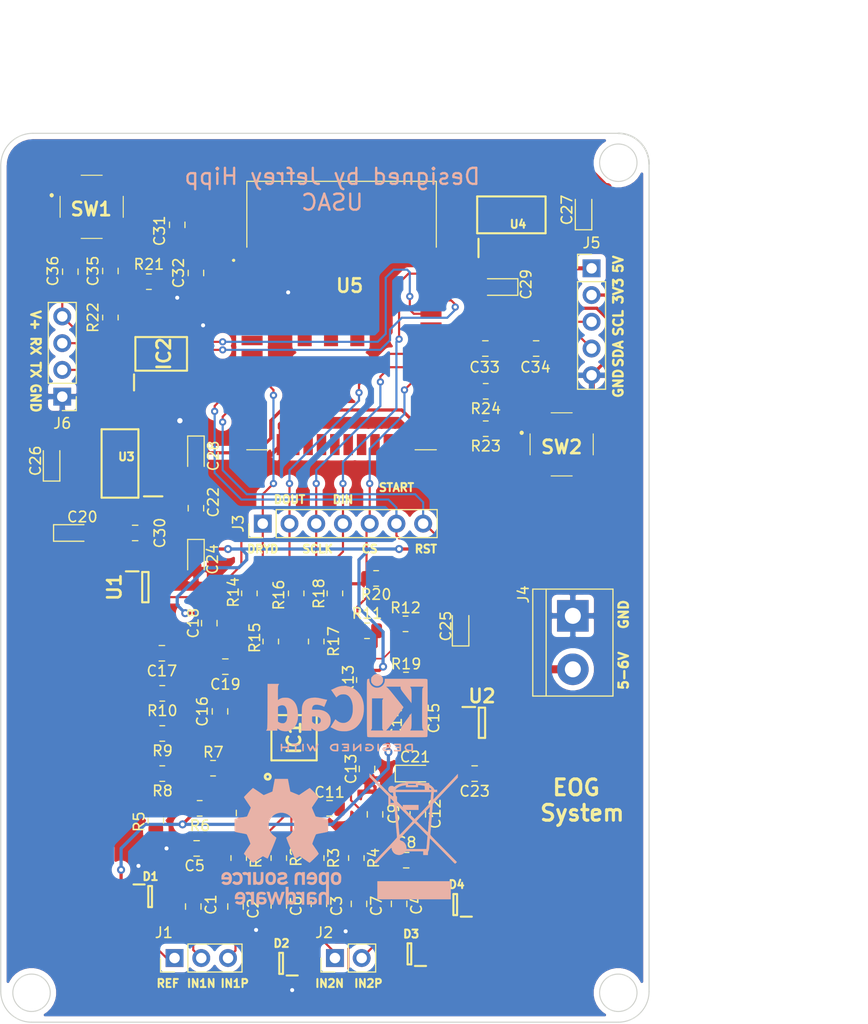
<source format=kicad_pcb>
(kicad_pcb (version 20171130) (host pcbnew "(5.1.7)-1")
  (title_block (title "EOG system") (date 2021-01-04) (rev v1.1) (company USAC))
  (layers (0 F.Cu signal) (31 B.Cu signal) (34 B.Paste user) (35 F.Paste user) (36 B.SilkS user) (37 F.SilkS user) (38 B.Mask user) (39 F.Mask user) (44 Edge.Cuts user))
  (net 0 "")
  (net 1 "Net-(C1-Pad1)")
  (net 2 "Net-(C1-Pad2)")
  (net 3 "Net-(C2-Pad1)")
  (net 4 "Net-(C2-Pad2)")
  (net 5 "Net-(C3-Pad2)")
  (net 6 "Net-(C3-Pad1)")
  (net 7 "Net-(C4-Pad2)")
  (net 8 "Net-(C4-Pad1)")
  (net 9 GND)
  (net 10 "Net-(C5-Pad1)")
  (net 11 "Net-(C6-Pad1)")
  (net 12 "Net-(C7-Pad1)")
  (net 13 "Net-(C8-Pad1)")
  (net 14 "Net-(C12-Pad1)")
  (net 15 "Net-(C10-Pad2)")
  (net 16 "Net-(C10-Pad1)")
  (net 17 "Net-(C11-Pad2)")
  (net 18 "Net-(C11-Pad1)")
  (net 19 "Net-(C13-Pad2)")
  (net 20 VDDA)
  (net 21 "Net-(C16-Pad1)")
  (net 22 "Net-(C17-Pad2)")
  (net 23 "Net-(C17-Pad1)")
  (net 24 VDD)
  (net 25 +BATT)
  (net 26 "Net-(C22-Pad1)")
  (net 27 "Net-(C23-Pad1)")
  (net 28 +3V3)
  (net 29 +5V)
  (net 30 "Net-(C31-Pad2)")
  (net 31 "Net-(C32-Pad1)")
  (net 32 "Net-(C33-Pad1)")
  (net 33 "Net-(C34-Pad2)")
  (net 34 "Net-(C36-Pad2)")
  (net 35 "Net-(IC1-Pad14)")
  (net 36 "Net-(IC1-Pad15)")
  (net 37 "Net-(IC1-Pad16)")
  (net 38 "Net-(IC1-Pad17)")
  (net 39 "Net-(IC1-Pad18)")
  (net 40 "Net-(IC1-Pad19)")
  (net 41 "Net-(IC1-Pad20)")
  (net 42 "Net-(IC1-Pad21)")
  (net 43 "Net-(IC1-Pad22)")
  (net 44 "Net-(IC1-Pad25)")
  (net 45 "Net-(IC1-Pad26)")
  (net 46 "Net-(IC1-Pad29)")
  (net 47 "Net-(IC1-Pad30)")
  (net 48 "Net-(IC1-Pad31)")
  (net 49 "Net-(IC1-Pad32)")
  (net 50 /ESP32/RX)
  (net 51 /ESP32/TX)
  (net 52 U0RXD)
  (net 53 U0TXD)
  (net 54 "Net-(J1-Pad1)")
  (net 55 ADS_DRDY)
  (net 56 ADS_DOUT)
  (net 57 ADS_SCLK)
  (net 58 ADS_DIN)
  (net 59 ADS_CS)
  (net 60 ADS_START)
  (net 61 ADS_RESET)
  (net 62 SCL)
  (net 63 SDA)
  (net 64 "Net-(U5-Pad4)")
  (net 65 "Net-(U5-Pad5)")
  (net 66 "Net-(U5-Pad8)")
  (net 67 "Net-(U5-Pad9)")
  (net 68 "Net-(U5-Pad13)")
  (net 69 "Net-(U5-Pad14)")
  (net 70 "Net-(U5-Pad16)")
  (net 71 "Net-(U5-Pad17)")
  (net 72 "Net-(U5-Pad18)")
  (net 73 "Net-(U5-Pad23)")
  (net 74 "Net-(U5-Pad24)")
  (net 75 "Net-(U5-Pad26)")
  (net 76 "Net-(U5-Pad27)")
  (net 77 "Net-(U5-Pad28)")
  (net 78 "Net-(U5-Pad32)")
  (net 79 "Net-(U5-Pad6)")
  (net 80 "Net-(U5-Pad7)")
  (net 81 "Net-(U5-Pad19)")
  (net 82 "Net-(U5-Pad20)")
  (net 83 "Net-(U5-Pad21)")
  (net 84 "Net-(U5-Pad22)")
  (module ESP32-WROOM-32E_M113EH3200PH3Q:ESP32WROOM32EM113EH3200PH3Q0 (layer F.Cu) (at 134.366 55.245)
    (fp_text reference U5 (at 9.271 2.413) (layer F.SilkS) (effects (font (size 1.27 1.27) (thickness 0.254))))
    (fp_text value ESP32-WROOM-32U hide)
    (pad 1 smd rect (at 0 0 90) (size 0.9 2) (layers F.Cu F.Paste F.Mask) (net 9 GND))
    (pad 2 smd rect (at 0 1.27 90) (size 0.9 2) (layers F.Cu F.Paste F.Mask) (net 28 +3V3))
    (pad 3 smd rect (at 0 2.54 90) (size 0.9 2) (layers F.Cu F.Paste F.Mask) (net 31 "Net-(C32-Pad1)"))
    (pad 4 smd rect (at 0 3.81 90) (size 0.9 2) (layers F.Cu F.Paste F.Mask) (net 64 "Net-(U5-Pad4)"))
    (pad 5 smd rect (at 0 5.08 90) (size 0.9 2) (layers F.Cu F.Paste F.Mask) (net 65 "Net-(U5-Pad5)"))
    (pad 6 smd rect (at 0 6.35 90) (size 0.9 2) (layers F.Cu F.Paste F.Mask) (net 79 "Net-(U5-Pad6)"))
    (pad 7 smd rect (at 0 7.62 90) (size 0.9 2) (layers F.Cu F.Paste F.Mask) (net 80 "Net-(U5-Pad7)"))
    (pad 8 smd rect (at 0 8.89 90) (size 0.9 2) (layers F.Cu F.Paste F.Mask) (net 66 "Net-(U5-Pad8)"))
    (pad 9 smd rect (at 0 10.16 90) (size 0.9 2) (layers F.Cu F.Paste F.Mask) (net 67 "Net-(U5-Pad9)"))
    (pad 10 smd rect (at 0 11.43 90) (size 0.9 2) (layers F.Cu F.Paste F.Mask) (net 55 ADS_DRDY))
    (pad 11 smd rect (at 0 12.7 90) (size 0.9 2) (layers F.Cu F.Paste F.Mask) (net 60 ADS_START))
    (pad 12 smd rect (at 0 13.97 90) (size 0.9 2) (layers F.Cu F.Paste F.Mask) (net 61 ADS_RESET))
    (pad 13 smd rect (at 0 15.24 90) (size 0.9 2) (layers F.Cu F.Paste F.Mask) (net 68 "Net-(U5-Pad13)"))
    (pad 14 smd rect (at 0 16.51 90) (size 0.9 2) (layers F.Cu F.Paste F.Mask) (net 69 "Net-(U5-Pad14)"))
    (pad 15 smd rect (at 2.785 17.51) (size 0.9 2) (layers F.Cu F.Paste F.Mask) (net 9 GND))
    (pad 16 smd rect (at 4.055 17.51) (size 0.9 2) (layers F.Cu F.Paste F.Mask) (net 70 "Net-(U5-Pad16)"))
    (pad 17 smd rect (at 5.325 17.51) (size 0.9 2) (layers F.Cu F.Paste F.Mask) (net 71 "Net-(U5-Pad17)"))
    (pad 18 smd rect (at 6.595 17.51) (size 0.9 2) (layers F.Cu F.Paste F.Mask) (net 72 "Net-(U5-Pad18)"))
    (pad 19 smd rect (at 7.865 17.51) (size 0.9 2) (layers F.Cu F.Paste F.Mask) (net 81 "Net-(U5-Pad19)"))
    (pad 20 smd rect (at 9.135 17.51) (size 0.9 2) (layers F.Cu F.Paste F.Mask) (net 82 "Net-(U5-Pad20)"))
    (pad 21 smd rect (at 10.405 17.51) (size 0.9 2) (layers F.Cu F.Paste F.Mask) (net 83 "Net-(U5-Pad21)"))
    (pad 22 smd rect (at 11.675 17.51) (size 0.9 2) (layers F.Cu F.Paste F.Mask) (net 84 "Net-(U5-Pad22)"))
    (pad 23 smd rect (at 12.945 17.51) (size 0.9 2) (layers F.Cu F.Paste F.Mask) (net 73 "Net-(U5-Pad23)"))
    (pad 24 smd rect (at 14.215 17.51) (size 0.9 2) (layers F.Cu F.Paste F.Mask) (net 74 "Net-(U5-Pad24)"))
    (pad 25 smd rect (at 17 16.51 90) (size 0.9 2) (layers F.Cu F.Paste F.Mask) (net 32 "Net-(C33-Pad1)"))
    (pad 26 smd rect (at 17 15.24 90) (size 0.9 2) (layers F.Cu F.Paste F.Mask) (net 75 "Net-(U5-Pad26)"))
    (pad 27 smd rect (at 17 13.97 90) (size 0.9 2) (layers F.Cu F.Paste F.Mask) (net 76 "Net-(U5-Pad27)"))
    (pad 28 smd rect (at 17 12.7 90) (size 0.9 2) (layers F.Cu F.Paste F.Mask) (net 77 "Net-(U5-Pad28)"))
    (pad 29 smd rect (at 17 11.43 90) (size 0.9 2) (layers F.Cu F.Paste F.Mask) (net 59 ADS_CS))
    (pad 30 smd rect (at 17 10.16 90) (size 0.9 2) (layers F.Cu F.Paste F.Mask) (net 57 ADS_SCLK))
    (pad 31 smd rect (at 17 8.89 90) (size 0.9 2) (layers F.Cu F.Paste F.Mask) (net 56 ADS_DOUT))
    (pad 32 smd rect (at 17 7.62 90) (size 0.9 2) (layers F.Cu F.Paste F.Mask) (net 78 "Net-(U5-Pad32)"))
    (pad 33 smd rect (at 17 6.35 90) (size 0.9 2) (layers F.Cu F.Paste F.Mask) (net 63 SDA))
    (pad 34 smd rect (at 17 5.08 90) (size 0.9 2) (layers F.Cu F.Paste F.Mask) (net 52 U0RXD))
    (pad 35 smd rect (at 17 3.81 90) (size 0.9 2) (layers F.Cu F.Paste F.Mask) (net 53 U0TXD))
    (pad 36 smd rect (at 17 2.54 90) (size 0.9 2) (layers F.Cu F.Paste F.Mask) (net 62 SCL))
    (pad 37 smd rect (at 17 1.27 90) (size 0.9 2) (layers F.Cu F.Paste F.Mask) (net 58 ADS_DIN))
    (pad 38 smd rect (at 17 0 90) (size 0.9 2) (layers F.Cu F.Paste F.Mask) (net 9 GND))
    (pad 39 smd rect (at 5 5 90) (size 1.33 1.33) (layers F.Cu F.Paste F.Mask) (net 9 GND))
    (pad 40 smd rect (at 5 7.5 90) (size 1.33 1.33) (layers F.Cu F.Paste F.Mask))
    (pad 41 smd rect (at 5 10 90) (size 1.33 1.33) (layers F.Cu F.Paste F.Mask))
    (pad 42 smd rect (at 7.5 10 90) (size 1.33 1.33) (layers F.Cu F.Paste F.Mask))
    (pad 43 smd rect (at 7.5 7.5 90) (size 1.33 1.33) (layers F.Cu F.Paste F.Mask))
    (pad 44 smd rect (at 7.5 5 90) (size 1.33 1.33) (layers F.Cu F.Paste F.Mask))
    (pad 45 smd rect (at 10 5 90) (size 1.33 1.33) (layers F.Cu F.Paste F.Mask))
    (pad 46 smd rect (at 10 7.5 90) (size 1.33 1.33) (layers F.Cu F.Paste F.Mask))
    (pad 47 smd rect (at 10 10 90) (size 1.33 1.33) (layers F.Cu F.Paste F.Mask))
  )
  (module Symbol:KiCad-Logo2_6mm_SilkScreen (layer B.Cu) (at 143.383 97.536 180)
    (fp_text reference REF** hide)
    (fp_text value KiCad-Logo2_6mm_SilkScreen hide)
  )
  (module Symbol:WEEE-Logo_8.4x12mm_SilkScreen (layer B.Cu) (at 149.733 109.982 180)
    (fp_text reference REF** hide)
    (fp_text value WEEE-Logo_8.4x12mm_SilkScreen hide)
  )
  (module Symbol:OSHW-Logo_11.4x12mm_SilkScreen (layer B.Cu) (at 137.16 110.49 180)
    (fp_text reference REF** hide)
    (fp_text value OSHW-Logo_11.4x12mm_SilkScreen hide)
  )
  (module Capacitor_SMD:C_0805_2012Metric (layer F.Cu) (at 129.032 78.801 90)
    (fp_text reference C22 (at 0.569 1.651 90) (layer F.SilkS))
    (fp_text value 10nF)
    (pad 2 smd roundrect (at 0.95 0 90) (size 1 1.45) (layers F.Cu F.Paste F.Mask) (net 9 GND))
    (pad 1 smd roundrect (at -0.95 0 90) (size 1 1.45) (layers F.Cu F.Paste F.Mask) (net 26 "Net-(C22-Pad1)"))
  )
  (module LM1117MPX-3.3_NOPB:SOT230P700X180-4N (layer F.Cu) (at 121.818 74.549 180)
    (fp_text reference U3 (at -0.61 0.635) (layer F.SilkS) (effects (font (size 0.762 0.762) (thickness 0.1905))))
    (fp_text value LM1117-3.3 hide)
    (pad 1 smd rect (at -3.15 -2.3 270) (size 0.95 1.75) (layers F.Cu F.Paste F.Mask) (net 9 GND))
    (pad 2 smd rect (at -3.15 0 270) (size 0.95 1.75) (layers F.Cu F.Paste F.Mask) (net 28 +3V3))
    (pad 3 smd rect (at -3.15 2.3 270) (size 0.95 1.75) (layers F.Cu F.Paste F.Mask) (net 25 +BATT))
    (pad 4 smd rect (at 3.15 0 180) (size 1.75 3.2) (layers F.Cu F.Paste F.Mask))
  )
  (module Resistor_SMD:R_0805_2012Metric (layer F.Cu) (at 120.904 60.6825 90)
    (fp_text reference R22 (at 0 -1.65 90) (layer F.SilkS))
    (fp_text value 10k)
    (pad 2 smd roundrect (at 0.9125 0 90) (size 1.025 1.4) (layers F.Cu F.Paste F.Mask) (roundrect_rratio 0.2439004878048781) (net 31 "Net-(C32-Pad1)"))
    (pad 1 smd roundrect (at -0.9125 0 90) (size 1.025 1.4) (layers F.Cu F.Paste F.Mask) (roundrect_rratio 0.2439004878048781) (net 28 +3V3))
  )
  (module LL3301AF065QJ:LL3301FF065QJ (layer F.Cu) (at 163.782 72.735)
    (fp_text reference SW2 (at 0 0.254) (layer F.SilkS) (effects (font (size 1.27 1.27) (thickness 0.254))))
    (fp_text value SW_DPST hide)
    (pad 1 smd rect (at -3 -2.25 90) (size 1.4 2.1) (layers F.Cu F.Paste F.Mask) (net 33 "Net-(C34-Pad2)"))
    (pad 2 smd rect (at 3 -2.25 90) (size 1.4 2.1) (layers F.Cu F.Paste F.Mask) (net 9 GND))
    (pad 3 smd rect (at -3 2.25 90) (size 1.4 2.1) (layers F.Cu F.Paste F.Mask) (net 33 "Net-(C34-Pad2)"))
    (pad 4 smd rect (at 3 2.25 90) (size 1.4 2.1) (layers F.Cu F.Paste F.Mask) (net 9 GND))
  )
  (module Connector_PinHeader_2.54mm:PinHeader_1x02_P2.54mm_Vertical (layer F.Cu) (at 142.24 121.539 90)
    (fp_text reference J2 (at 2.413 -1.016 180) (layer F.SilkS))
    (fp_text value Conn_01x02_Male)
    (pad 1 thru_hole rect (at 0 0 90) (size 1.7 1.7) (drill 1) (layers *.Cu *.Mask) (net 5 "Net-(C3-Pad2)"))
    (pad 2 thru_hole oval (at 0 2.54 90) (size 1.7 1.7) (drill 1) (layers *.Cu *.Mask) (net 7 "Net-(C4-Pad2)"))
  )
  (module Connector_PinHeader_2.54mm:PinHeader_1x03_P2.54mm_Vertical (layer F.Cu) (at 127 121.539 90)
    (fp_text reference J1 (at 2.413 -1.016 180) (layer F.SilkS))
    (fp_text value Conn_01x03_Male)
    (pad 1 thru_hole rect (at 0 0 90) (size 1.7 1.7) (drill 1) (layers *.Cu *.Mask) (net 54 "Net-(J1-Pad1)"))
    (pad 2 thru_hole oval (at 0 2.54 90) (size 1.7 1.7) (drill 1) (layers *.Cu *.Mask) (net 2 "Net-(C1-Pad2)"))
    (pad 3 thru_hole oval (at 0 5.08 90) (size 1.7 1.7) (drill 1) (layers *.Cu *.Mask) (net 4 "Net-(C2-Pad2)"))
  )
  (module Capacitor_SMD:C_0805_2012Metric (layer F.Cu) (at 133.604 107.757 270)
    (fp_text reference C10 (at 0.066 -1.651 90) (layer F.SilkS))
    (fp_text value 4.7nF)
    (pad 2 smd roundrect (at 0.95 0 270) (size 1 1.45) (layers F.Cu F.Paste F.Mask) (net 15 "Net-(C10-Pad2)"))
    (pad 1 smd roundrect (at -0.95 0 270) (size 1 1.45) (layers F.Cu F.Paste F.Mask) (net 16 "Net-(C10-Pad1)"))
  )
  (module Resistor_SMD:R_0805_2012Metric (layer F.Cu) (at 125.8335 104.013 180)
    (fp_text reference R8 (at -0.0235 -1.65) (layer F.SilkS))
    (fp_text value 0E)
    (pad 2 smd roundrect (at 0.9125 0 180) (size 1.025 1.4) (layers F.Cu F.Paste F.Mask) (roundrect_rratio 0.2439004878048781) (net 22 "Net-(C17-Pad2)"))
    (pad 1 smd roundrect (at -0.9125 0 180) (size 1.025 1.4) (layers F.Cu F.Paste F.Mask) (roundrect_rratio 0.2439004878048781) (net 47 "Net-(IC1-Pad30)"))
  )
  (module Capacitor_SMD:C_0805_2012Metric (layer F.Cu) (at 145.288 103.571 90)
    (fp_text reference C13 (at 0 -1.524 90) (layer F.SilkS))
    (fp_text value 1µF)
    (pad 2 smd roundrect (at 0.95 0 90) (size 1 1.45) (layers F.Cu F.Paste F.Mask) (net 19 "Net-(C13-Pad2)"))
    (pad 1 smd roundrect (at -0.95 0 90) (size 1 1.45) (layers F.Cu F.Paste F.Mask) (net 9 GND))
  )
  (module Capacitor_SMD:C_0805_2012Metric (layer F.Cu) (at 150.114 98.745 270)
    (fp_text reference C15 (at 0 -1.524 90) (layer F.SilkS))
    (fp_text value 100nF)
    (pad 1 smd roundrect (at -0.95 0 270) (size 1 1.45) (layers F.Cu F.Paste F.Mask) (net 9 GND))
    (pad 2 smd roundrect (at 0.95 0 270) (size 1 1.45) (layers F.Cu F.Paste F.Mask) (net 20 VDDA))
  )
  (module Resistor_SMD:R_0805_2012Metric (layer F.Cu) (at 134.112 86.8915 270)
    (fp_text reference R14 (at -0.1035 1.524 90) (layer F.SilkS))
    (fp_text value 0E)
    (pad 1 smd roundrect (at -0.9125 0 270) (size 1.025 1.4) (layers F.Cu F.Paste F.Mask) (roundrect_rratio 0.2439004878048781) (net 55 ADS_DRDY))
    (pad 2 smd roundrect (at 0.9125 0 270) (size 1.025 1.4) (layers F.Cu F.Paste F.Mask) (roundrect_rratio 0.2439004878048781) (net 43 "Net-(IC1-Pad22)"))
  )
  (module Capacitor_SMD:C_0805_2012Metric (layer F.Cu) (at 146.304 99.253 270)
    (fp_text reference C14 (at -0.066 -1.778 90) (layer F.SilkS))
    (fp_text value 1µF)
    (pad 2 smd roundrect (at 0.95 0 270) (size 1 1.45) (layers F.Cu F.Paste F.Mask) (net 20 VDDA))
    (pad 1 smd roundrect (at -0.95 0 270) (size 1 1.45) (layers F.Cu F.Paste F.Mask) (net 9 GND))
  )
  (module Resistor_SMD:R_0805_2012Metric (layer F.Cu) (at 129.3895 107.315)
    (fp_text reference R6 (at 0.0235 1.651 180) (layer F.SilkS))
    (fp_text value 10kΩ)
    (pad 2 smd roundrect (at 0.9125 0) (size 1.025 1.4) (layers F.Cu F.Paste F.Mask) (roundrect_rratio 0.2439004878048781) (net 49 "Net-(IC1-Pad32)"))
    (pad 1 smd roundrect (at -0.9125 0) (size 1.025 1.4) (layers F.Cu F.Paste F.Mask) (roundrect_rratio 0.2439004878048781) (net 20 VDDA))
  )
  (module ADS1292IPBS:QFP50P700X700X120-32N (layer F.Cu) (at 138.3538 100.6094 90)
    (fp_text reference IC1 (at 0 0 90) (layer F.SilkS) (effects (font (size 1.27 1.27) (thickness 0.254))))
    (fp_text value ADS1292IPBS hide)
    (pad 1 smd rect (at -3.225 -1.75 180) (size 0.3 1.45) (layers F.Cu F.Paste F.Mask) (net 16 "Net-(C10-Pad1)"))
    (pad 2 smd rect (at -3.225 -1.25 180) (size 0.3 1.45) (layers F.Cu F.Paste F.Mask) (net 15 "Net-(C10-Pad2)"))
    (pad 3 smd rect (at -3.225 -0.75 180) (size 0.3 1.45) (layers F.Cu F.Paste F.Mask) (net 10 "Net-(C5-Pad1)"))
    (pad 4 smd rect (at -3.225 -0.25 180) (size 0.3 1.45) (layers F.Cu F.Paste F.Mask) (net 11 "Net-(C6-Pad1)"))
    (pad 5 smd rect (at -3.225 0.25 180) (size 0.3 1.45) (layers F.Cu F.Paste F.Mask) (net 12 "Net-(C7-Pad1)"))
    (pad 6 smd rect (at -3.225 0.75 180) (size 0.3 1.45) (layers F.Cu F.Paste F.Mask) (net 13 "Net-(C8-Pad1)"))
    (pad 7 smd rect (at -3.225 1.25 180) (size 0.3 1.45) (layers F.Cu F.Paste F.Mask) (net 18 "Net-(C11-Pad1)"))
    (pad 8 smd rect (at -3.225 1.75 180) (size 0.3 1.45) (layers F.Cu F.Paste F.Mask) (net 17 "Net-(C11-Pad2)"))
    (pad 9 smd rect (at -1.75 3.225 90) (size 0.3 1.45) (layers F.Cu F.Paste F.Mask) (net 14 "Net-(C12-Pad1)"))
    (pad 10 smd rect (at -1.25 3.225 90) (size 0.3 1.45) (layers F.Cu F.Paste F.Mask) (net 9 GND))
    (pad 11 smd rect (at -0.75 3.225 90) (size 0.3 1.45) (layers F.Cu F.Paste F.Mask) (net 19 "Net-(C13-Pad2)"))
    (pad 12 smd rect (at -0.25 3.225 90) (size 0.3 1.45) (layers F.Cu F.Paste F.Mask) (net 20 VDDA))
    (pad 13 smd rect (at 0.25 3.225 90) (size 0.3 1.45) (layers F.Cu F.Paste F.Mask) (net 9 GND))
    (pad 14 smd rect (at 0.75 3.225 90) (size 0.3 1.45) (layers F.Cu F.Paste F.Mask) (net 35 "Net-(IC1-Pad14)"))
    (pad 15 smd rect (at 1.25 3.225 90) (size 0.3 1.45) (layers F.Cu F.Paste F.Mask) (net 36 "Net-(IC1-Pad15)"))
    (pad 16 smd rect (at 1.75 3.225 90) (size 0.3 1.45) (layers F.Cu F.Paste F.Mask) (net 37 "Net-(IC1-Pad16)"))
    (pad 17 smd rect (at 3.225 1.75 180) (size 0.3 1.45) (layers F.Cu F.Paste F.Mask) (net 38 "Net-(IC1-Pad17)"))
    (pad 18 smd rect (at 3.225 1.25 180) (size 0.3 1.45) (layers F.Cu F.Paste F.Mask) (net 39 "Net-(IC1-Pad18)"))
    (pad 19 smd rect (at 3.225 0.75 180) (size 0.3 1.45) (layers F.Cu F.Paste F.Mask) (net 40 "Net-(IC1-Pad19)"))
    (pad 20 smd rect (at 3.225 0.25 180) (size 0.3 1.45) (layers F.Cu F.Paste F.Mask) (net 41 "Net-(IC1-Pad20)"))
    (pad 21 smd rect (at 3.225 -0.25 180) (size 0.3 1.45) (layers F.Cu F.Paste F.Mask) (net 42 "Net-(IC1-Pad21)"))
    (pad 22 smd rect (at 3.225 -0.75 180) (size 0.3 1.45) (layers F.Cu F.Paste F.Mask) (net 43 "Net-(IC1-Pad22)"))
    (pad 23 smd rect (at 3.225 -1.25 180) (size 0.3 1.45) (layers F.Cu F.Paste F.Mask) (net 24 VDD))
    (pad 24 smd rect (at 3.225 -1.75 180) (size 0.3 1.45) (layers F.Cu F.Paste F.Mask) (net 9 GND))
    (pad 25 smd rect (at 1.75 -3.225 90) (size 0.3 1.45) (layers F.Cu F.Paste F.Mask) (net 44 "Net-(IC1-Pad25)"))
    (pad 26 smd rect (at 1.25 -3.225 90) (size 0.3 1.45) (layers F.Cu F.Paste F.Mask) (net 45 "Net-(IC1-Pad26)"))
    (pad 27 smd rect (at 0.75 -3.225 90) (size 0.3 1.45) (layers F.Cu F.Paste F.Mask) (net 21 "Net-(C16-Pad1)"))
    (pad 28 smd rect (at 0.25 -3.225 90) (size 0.3 1.45) (layers F.Cu F.Paste F.Mask) (net 23 "Net-(C17-Pad1)"))
    (pad 29 smd rect (at -0.25 -3.225 90) (size 0.3 1.45) (layers F.Cu F.Paste F.Mask) (net 46 "Net-(IC1-Pad29)"))
    (pad 30 smd rect (at -0.75 -3.225 90) (size 0.3 1.45) (layers F.Cu F.Paste F.Mask) (net 47 "Net-(IC1-Pad30)"))
    (pad 31 smd rect (at -1.25 -3.225 90) (size 0.3 1.45) (layers F.Cu F.Paste F.Mask) (net 48 "Net-(IC1-Pad31)"))
    (pad 32 smd rect (at -1.75 -3.225 90) (size 0.3 1.45) (layers F.Cu F.Paste F.Mask) (net 49 "Net-(IC1-Pad32)"))
  )
  (module Capacitor_SMD:C_0805_2012Metric (layer F.Cu) (at 128.778 116.647 270)
    (fp_text reference C1 (at -0.18292 -1.67894 90) (layer F.SilkS))
    (fp_text value 1µF)
    (pad 1 smd roundrect (at -0.95 0 270) (size 1 1.45) (layers F.Cu F.Paste F.Mask) (net 1 "Net-(C1-Pad1)"))
    (pad 2 smd roundrect (at 0.95 0 270) (size 1 1.45) (layers F.Cu F.Paste F.Mask) (net 2 "Net-(C1-Pad2)"))
  )
  (module Capacitor_SMD:C_0805_2012Metric (layer F.Cu) (at 132.7912 116.647 270)
    (fp_text reference C2 (at 0.193 -1.68 90) (layer F.SilkS))
    (fp_text value 1µF)
    (pad 1 smd roundrect (at -0.95 0 270) (size 1 1.45) (layers F.Cu F.Paste F.Mask) (net 3 "Net-(C2-Pad1)"))
    (pad 2 smd roundrect (at 0.95 0 270) (size 1 1.45) (layers F.Cu F.Paste F.Mask) (net 4 "Net-(C2-Pad2)"))
  )
  (module Capacitor_SMD:C_0805_2012Metric (layer F.Cu) (at 140.716 116.393 270)
    (fp_text reference C3 (at 0.193 -1.68 90) (layer F.SilkS))
    (fp_text value 1µF)
    (pad 2 smd roundrect (at 0.95 0 270) (size 1 1.45) (layers F.Cu F.Paste F.Mask) (net 5 "Net-(C3-Pad2)"))
    (pad 1 smd roundrect (at -0.95 0 270) (size 1 1.45) (layers F.Cu F.Paste F.Mask) (net 6 "Net-(C3-Pad1)"))
  )
  (module Capacitor_SMD:C_0805_2012Metric (layer F.Cu) (at 148.336 116.393 270)
    (fp_text reference C4 (at 0.066 -1.651 90) (layer F.SilkS))
    (fp_text value 1µF)
    (pad 2 smd roundrect (at 0.95 0 270) (size 1 1.45) (layers F.Cu F.Paste F.Mask) (net 7 "Net-(C4-Pad2)"))
    (pad 1 smd roundrect (at -0.95 0 270) (size 1 1.45) (layers F.Cu F.Paste F.Mask) (net 8 "Net-(C4-Pad1)"))
  )
  (module Capacitor_SMD:C_0805_2012Metric (layer F.Cu) (at 129.098 111.125 180)
    (fp_text reference C5 (at 0.193 -1.651) (layer F.SilkS))
    (fp_text value 1nF)
    (pad 2 smd roundrect (at 0.95 0 180) (size 1 1.45) (layers F.Cu F.Paste F.Mask) (net 9 GND))
    (pad 1 smd roundrect (at -0.95 0 180) (size 1 1.45) (layers F.Cu F.Paste F.Mask) (net 10 "Net-(C5-Pad1)"))
  )
  (module Capacitor_SMD:C_0805_2012Metric (layer F.Cu) (at 136.906 116.5454 90)
    (fp_text reference C6 (at -0.0406 1.651 90) (layer F.SilkS))
    (fp_text value 1nF)
    (pad 1 smd roundrect (at -0.95 0 90) (size 1 1.45) (layers F.Cu F.Paste F.Mask) (net 11 "Net-(C6-Pad1)"))
    (pad 2 smd roundrect (at 0.95 0 90) (size 1 1.45) (layers F.Cu F.Paste F.Mask) (net 9 GND))
  )
  (module Capacitor_SMD:C_0805_2012Metric (layer F.Cu) (at 144.526 116.393 270)
    (fp_text reference C7 (at 0.193 -1.651 90) (layer F.SilkS))
    (fp_text value 1nF)
    (pad 1 smd roundrect (at -0.95 0 270) (size 1 1.45) (layers F.Cu F.Paste F.Mask) (net 12 "Net-(C7-Pad1)"))
    (pad 2 smd roundrect (at 0.95 0 270) (size 1 1.45) (layers F.Cu F.Paste F.Mask) (net 9 GND))
  )
  (module Capacitor_SMD:C_0805_2012Metric (layer F.Cu) (at 149.0116 112.2426)
    (fp_text reference C8 (at 0 -1.68) (layer F.SilkS))
    (fp_text value 1nF)
    (pad 1 smd roundrect (at -0.95 0) (size 1 1.45) (layers F.Cu F.Paste F.Mask) (net 13 "Net-(C8-Pad1)"))
    (pad 2 smd roundrect (at 0.95 0) (size 1 1.45) (layers F.Cu F.Paste F.Mask) (net 9 GND))
  )
  (module Capacitor_SMD:C_0805_2012Metric (layer F.Cu) (at 146.05 107.889 90)
    (fp_text reference C9 (at 0.066 1.778 90) (layer F.SilkS))
    (fp_text value 100nF)
    (pad 1 smd roundrect (at -0.95 0 90) (size 1 1.45) (layers F.Cu F.Paste F.Mask) (net 14 "Net-(C12-Pad1)"))
    (pad 2 smd roundrect (at 0.95 0 90) (size 1 1.45) (layers F.Cu F.Paste F.Mask) (net 9 GND))
  )
  (module Capacitor_SMD:C_0805_2012Metric (layer F.Cu) (at 141.732 107.315)
    (fp_text reference C11 (at 0 -1.524) (layer F.SilkS))
    (fp_text value 4.7nF)
    (pad 2 smd roundrect (at 0.95 0) (size 1 1.45) (layers F.Cu F.Paste F.Mask) (net 17 "Net-(C11-Pad2)"))
    (pad 1 smd roundrect (at -0.95 0) (size 1 1.45) (layers F.Cu F.Paste F.Mask) (net 18 "Net-(C11-Pad1)"))
  )
  (module Capacitor_SMD:C_0805_2012Metric (layer F.Cu) (at 150.114 107.889 90)
    (fp_text reference C12 (at 0.066 1.651 90) (layer F.SilkS))
    (fp_text value 10µF)
    (pad 2 smd roundrect (at 0.95 0 90) (size 1 1.45) (layers F.Cu F.Paste F.Mask) (net 9 GND))
    (pad 1 smd roundrect (at -0.95 0 90) (size 1 1.45) (layers F.Cu F.Paste F.Mask) (net 14 "Net-(C12-Pad1)"))
  )
  (module Capacitor_SMD:C_0805_2012Metric (layer F.Cu) (at 131.318 98.105 90)
    (fp_text reference C16 (at 0 -1.68 90) (layer F.SilkS))
    (fp_text value 1µF)
    (pad 2 smd roundrect (at 0.95 0 90) (size 1 1.45) (layers F.Cu F.Paste F.Mask) (net 9 GND))
    (pad 1 smd roundrect (at -0.95 0 90) (size 1 1.45) (layers F.Cu F.Paste F.Mask) (net 21 "Net-(C16-Pad1)"))
  )
  (module Capacitor_SMD:C_0805_2012Metric (layer F.Cu) (at 125.796 92.583 180)
    (fp_text reference C17 (at 0 -1.68) (layer F.SilkS))
    (fp_text value 1.5nF)
    (pad 2 smd roundrect (at 0.95 0 180) (size 1 1.45) (layers F.Cu F.Paste F.Mask) (net 22 "Net-(C17-Pad2)"))
    (pad 1 smd roundrect (at -0.95 0 180) (size 1 1.45) (layers F.Cu F.Paste F.Mask) (net 23 "Net-(C17-Pad1)"))
  )
  (module Capacitor_SMD:C_0805_2012Metric (layer F.Cu) (at 130.302 89.723 270)
    (fp_text reference C18 (at 0 1.524 90) (layer F.SilkS))
    (fp_text value 1µF)
    (pad 2 smd roundrect (at 0.95 0 270) (size 1 1.45) (layers F.Cu F.Paste F.Mask) (net 9 GND))
    (pad 1 smd roundrect (at -0.95 0 270) (size 1 1.45) (layers F.Cu F.Paste F.Mask) (net 24 VDD))
  )
  (module Capacitor_SMD:C_0805_2012Metric (layer F.Cu) (at 131.826 93.853 180)
    (fp_text reference C19 (at 0 -1.68) (layer F.SilkS))
    (fp_text value 100nF)
    (pad 1 smd roundrect (at -0.95 0 180) (size 1 1.45) (layers F.Cu F.Paste F.Mask) (net 24 VDD))
    (pad 2 smd roundrect (at 0.95 0 180) (size 1 1.45) (layers F.Cu F.Paste F.Mask) (net 9 GND))
  )
  (module Capacitor_Tantalum_SMD:CP_EIA-2012-12_Kemet-R_Pad1.30x1.05mm_HandSolder (layer F.Cu) (at 117.389 81.153)
    (fp_text reference C20 (at 0.848 -1.524) (layer F.SilkS))
    (fp_text value 1uF)
    (pad 1 smd roundrect (at -0.975 0) (size 1.3 1.05) (layers F.Cu F.Paste F.Mask) (roundrect_rratio 0.2380942857142857) (net 25 +BATT))
    (pad 2 smd roundrect (at 0.975 0) (size 1.3 1.05) (layers F.Cu F.Paste F.Mask) (roundrect_rratio 0.2380942857142857) (net 9 GND))
  )
  (module Capacitor_Tantalum_SMD:CP_EIA-2012-12_Kemet-R_Pad1.30x1.05mm_HandSolder (layer F.Cu) (at 149.86 104.013)
    (fp_text reference C21 (at 0 -1.58) (layer F.SilkS))
    (fp_text value 1uF)
    (pad 2 smd roundrect (at 0.975 0) (size 1.3 1.05) (layers F.Cu F.Paste F.Mask) (roundrect_rratio 0.2380942857142857) (net 9 GND))
    (pad 1 smd roundrect (at -0.975 0) (size 1.3 1.05) (layers F.Cu F.Paste F.Mask) (roundrect_rratio 0.2380942857142857) (net 25 +BATT))
  )
  (module Capacitor_SMD:C_0805_2012Metric (layer F.Cu) (at 155.514 104.013 180)
    (fp_text reference C23 (at 0 -1.68) (layer F.SilkS))
    (fp_text value 10nF)
    (pad 1 smd roundrect (at -0.95 0 180) (size 1 1.45) (layers F.Cu F.Paste F.Mask) (net 27 "Net-(C23-Pad1)"))
    (pad 2 smd roundrect (at 0.95 0 180) (size 1 1.45) (layers F.Cu F.Paste F.Mask) (net 9 GND))
  )
  (module Capacitor_Tantalum_SMD:CP_EIA-2012-12_Kemet-R_Pad1.30x1.05mm_HandSolder (layer F.Cu) (at 129.032 83.652 270)
    (fp_text reference C24 (at 0 -1.58 90) (layer F.SilkS))
    (fp_text value 1uF)
    (pad 2 smd roundrect (at 0.975 0 270) (size 1.3 1.05) (layers F.Cu F.Paste F.Mask) (roundrect_rratio 0.2380942857142857) (net 9 GND))
    (pad 1 smd roundrect (at -0.975 0 270) (size 1.3 1.05) (layers F.Cu F.Paste F.Mask) (roundrect_rratio 0.2380942857142857) (net 24 VDD))
  )
  (module Capacitor_Tantalum_SMD:CP_EIA-2012-12_Kemet-R_Pad1.30x1.05mm_HandSolder (layer F.Cu) (at 154.178 90.002 90)
    (fp_text reference C25 (at 0 -1.397 90) (layer F.SilkS))
    (fp_text value 1uF)
    (pad 1 smd roundrect (at -0.975 0 90) (size 1.3 1.05) (layers F.Cu F.Paste F.Mask) (roundrect_rratio 0.2380942857142857) (net 20 VDDA))
    (pad 2 smd roundrect (at 0.975 0 90) (size 1.3 1.05) (layers F.Cu F.Paste F.Mask) (roundrect_rratio 0.2380942857142857) (net 9 GND))
  )
  (module Capacitor_Tantalum_SMD:CP_EIA-2012-12_Kemet-R_Pad1.30x1.05mm_HandSolder (layer F.Cu) (at 115.316 74.336 90)
    (fp_text reference C26 (at 0.041 -1.524 90) (layer F.SilkS))
    (fp_text value 10uF)
    (pad 2 smd roundrect (at 0.975 0 90) (size 1.3 1.05) (layers F.Cu F.Paste F.Mask) (roundrect_rratio 0.2380942857142857) (net 9 GND))
    (pad 1 smd roundrect (at -0.975 0 90) (size 1.3 1.05) (layers F.Cu F.Paste F.Mask) (roundrect_rratio 0.2380942857142857) (net 25 +BATT))
  )
  (module Capacitor_Tantalum_SMD:CP_EIA-2012-12_Kemet-R_Pad1.30x1.05mm_HandSolder (layer F.Cu) (at 165.862 50.46 90)
    (fp_text reference C27 (at 0 -1.58 90) (layer F.SilkS))
    (fp_text value 10uF)
    (pad 2 smd roundrect (at 0.975 0 90) (size 1.3 1.05) (layers F.Cu F.Paste F.Mask) (roundrect_rratio 0.2380942857142857) (net 9 GND))
    (pad 1 smd roundrect (at -0.975 0 90) (size 1.3 1.05) (layers F.Cu F.Paste F.Mask) (roundrect_rratio 0.2380942857142857) (net 25 +BATT))
  )
  (module Capacitor_Tantalum_SMD:CP_EIA-2012-12_Kemet-R_Pad1.30x1.05mm_HandSolder (layer F.Cu) (at 129.032 73.828 270)
    (fp_text reference C28 (at 0 -1.651 90) (layer F.SilkS))
    (fp_text value 22uF)
    (pad 1 smd roundrect (at -0.975 0 270) (size 1.3 1.05) (layers F.Cu F.Paste F.Mask) (roundrect_rratio 0.2380942857142857) (net 28 +3V3))
    (pad 2 smd roundrect (at 0.975 0 270) (size 1.3 1.05) (layers F.Cu F.Paste F.Mask) (roundrect_rratio 0.2380942857142857) (net 9 GND))
  )
  (module Capacitor_Tantalum_SMD:CP_EIA-2012-12_Kemet-R_Pad1.30x1.05mm_HandSolder (layer F.Cu) (at 157.734 57.785 180)
    (fp_text reference C29 (at -2.667 0.254 90) (layer F.SilkS))
    (fp_text value 22uF)
    (pad 1 smd roundrect (at -0.975 0 180) (size 1.3 1.05) (layers F.Cu F.Paste F.Mask) (roundrect_rratio 0.2380942857142857) (net 29 +5V))
    (pad 2 smd roundrect (at 0.975 0 180) (size 1.3 1.05) (layers F.Cu F.Paste F.Mask) (roundrect_rratio 0.2380942857142857) (net 9 GND))
  )
  (module Capacitor_SMD:C_0805_2012Metric (layer F.Cu) (at 123.256 81.153)
    (fp_text reference C30 (at 2.347 0 270) (layer F.SilkS))
    (fp_text value 100nF)
    (pad 1 smd roundrect (at -0.95 0) (size 1 1.45) (layers F.Cu F.Paste F.Mask) (net 28 +3V3))
    (pad 2 smd roundrect (at 0.95 0) (size 1 1.45) (layers F.Cu F.Paste F.Mask) (net 9 GND))
  )
  (module Capacitor_SMD:C_0805_2012Metric (layer F.Cu) (at 127.254 51.877 90)
    (fp_text reference C31 (at -0.574 -1.68 90) (layer F.SilkS))
    (fp_text value 100nF)
    (pad 1 smd roundrect (at -0.95 0 90) (size 1 1.45) (layers F.Cu F.Paste F.Mask) (net 9 GND))
    (pad 2 smd roundrect (at 0.95 0 90) (size 1 1.45) (layers F.Cu F.Paste F.Mask) (net 30 "Net-(C31-Pad2)"))
  )
  (module Capacitor_SMD:C_0805_2012Metric (layer F.Cu) (at 129.032 56.449 90)
    (fp_text reference C32 (at 0 -1.651 90) (layer F.SilkS))
    (fp_text value 1uF)
    (pad 1 smd roundrect (at -0.95 0 90) (size 1 1.45) (layers F.Cu F.Paste F.Mask) (net 31 "Net-(C32-Pad1)"))
    (pad 2 smd roundrect (at 0.95 0 90) (size 1 1.45) (layers F.Cu F.Paste F.Mask) (net 9 GND))
  )
  (module Capacitor_SMD:C_0805_2012Metric (layer F.Cu) (at 156.53 63.627)
    (fp_text reference C33 (at -0.066 1.778) (layer F.SilkS))
    (fp_text value 1uF)
    (pad 1 smd roundrect (at -0.95 0) (size 1 1.45) (layers F.Cu F.Paste F.Mask) (net 32 "Net-(C33-Pad1)"))
    (pad 2 smd roundrect (at 0.95 0) (size 1 1.45) (layers F.Cu F.Paste F.Mask) (net 9 GND))
  )
  (module Capacitor_SMD:C_0805_2012Metric (layer F.Cu) (at 161.356 63.627)
    (fp_text reference C34 (at -0.066 1.778) (layer F.SilkS))
    (fp_text value 100nF)
    (pad 2 smd roundrect (at 0.95 0) (size 1 1.45) (layers F.Cu F.Paste F.Mask) (net 33 "Net-(C34-Pad2)"))
    (pad 1 smd roundrect (at -0.95 0) (size 1 1.45) (layers F.Cu F.Paste F.Mask) (net 9 GND))
  )
  (module Capacitor_SMD:C_0805_2012Metric (layer F.Cu) (at 120.904 56.261 270)
    (fp_text reference C35 (at 0 1.651 90) (layer F.SilkS))
    (fp_text value 100nF)
    (pad 1 smd roundrect (at -0.95 0 270) (size 1 1.45) (layers F.Cu F.Paste F.Mask) (net 9 GND))
    (pad 2 smd roundrect (at 0.95 0 270) (size 1 1.45) (layers F.Cu F.Paste F.Mask) (net 28 +3V3))
  )
  (module Capacitor_SMD:C_0805_2012Metric (layer F.Cu) (at 117.094 56.327 270)
    (fp_text reference C36 (at -0.066 1.651 90) (layer F.SilkS))
    (fp_text value 100nF)
    (pad 2 smd roundrect (at 0.95 0 270) (size 1 1.45) (layers F.Cu F.Paste F.Mask) (net 34 "Net-(C36-Pad2)"))
    (pad 1 smd roundrect (at -0.95 0 270) (size 1 1.45) (layers F.Cu F.Paste F.Mask) (net 9 GND))
  )
  (module BAT54SWFILMY:SOT65P210X110-3N (layer F.Cu) (at 124.68 115.697)
    (fp_text reference D1 (at 0.034 -1.905) (layer F.SilkS) (effects (font (size 0.762 0.762) (thickness 0.1905))))
    (fp_text value BAT54SW hide)
    (pad 3 smd rect (at 1.05 0 90) (size 0.5 1.05) (layers F.Cu F.Paste F.Mask) (net 10 "Net-(C5-Pad1)"))
    (pad 2 smd rect (at -1.05 0.65 90) (size 0.5 1.05) (layers F.Cu F.Paste F.Mask) (net 20 VDDA))
    (pad 1 smd rect (at -1.05 -0.65 90) (size 0.5 1.05) (layers F.Cu F.Paste F.Mask) (net 9 GND))
  )
  (module BAT54SWFILMY:SOT65P210X110-3N (layer F.Cu) (at 137.126 122.047 180)
    (fp_text reference D2 (at -0.034 1.905) (layer F.SilkS) (effects (font (size 0.762 0.762) (thickness 0.1905))))
    (fp_text value BAT54SW hide)
    (pad 3 smd rect (at 1.05 0 270) (size 0.5 1.05) (layers F.Cu F.Paste F.Mask) (net 11 "Net-(C6-Pad1)"))
    (pad 2 smd rect (at -1.05 0.65 270) (size 0.5 1.05) (layers F.Cu F.Paste F.Mask) (net 20 VDDA))
    (pad 1 smd rect (at -1.05 -0.65 270) (size 0.5 1.05) (layers F.Cu F.Paste F.Mask) (net 9 GND))
  )
  (module BAT54SWFILMY:SOT65P210X110-3N (layer F.Cu) (at 149.318 121.143 180)
    (fp_text reference D3 (at -0.161 1.89) (layer F.SilkS) (effects (font (size 0.762 0.762) (thickness 0.1905))))
    (fp_text value BAT54SW hide)
    (pad 1 smd rect (at -1.05 -0.65 270) (size 0.5 1.05) (layers F.Cu F.Paste F.Mask) (net 9 GND))
    (pad 2 smd rect (at -1.05 0.65 270) (size 0.5 1.05) (layers F.Cu F.Paste F.Mask) (net 20 VDDA))
    (pad 3 smd rect (at 1.05 0 270) (size 0.5 1.05) (layers F.Cu F.Paste F.Mask) (net 12 "Net-(C7-Pad1)"))
  )
  (module BAT54SWFILMY:SOT65P210X110-3N (layer F.Cu) (at 153.67 116.459 180)
    (fp_text reference D4 (at -0.127 1.905) (layer F.SilkS) (effects (font (size 0.762 0.762) (thickness 0.1905))))
    (fp_text value BAT54SW hide)
    (pad 1 smd rect (at -1.05 -0.65 270) (size 0.5 1.05) (layers F.Cu F.Paste F.Mask) (net 9 GND))
    (pad 2 smd rect (at -1.05 0.65 270) (size 0.5 1.05) (layers F.Cu F.Paste F.Mask) (net 20 VDDA))
    (pad 3 smd rect (at 1.05 0 270) (size 0.5 1.05) (layers F.Cu F.Paste F.Mask) (net 13 "Net-(C8-Pad1)"))
  )
  (module ISO7221BDR:SOIC127P600X175-8N (layer F.Cu) (at 125.73 64.135 90)
    (fp_text reference IC2 (at 0 0.254 90) (layer F.SilkS) (effects (font (size 1.27 1.27) (thickness 0.254))))
    (fp_text value ISO7221BDR hide)
    (pad 1 smd rect (at -2.711 -1.905 180) (size 0.65 1.528) (layers F.Cu F.Paste F.Mask) (net 34 "Net-(C36-Pad2)"))
    (pad 2 smd rect (at -2.711 -0.635 180) (size 0.65 1.528) (layers F.Cu F.Paste F.Mask) (net 50 /ESP32/RX))
    (pad 3 smd rect (at -2.711 0.635 180) (size 0.65 1.528) (layers F.Cu F.Paste F.Mask) (net 51 /ESP32/TX))
    (pad 4 smd rect (at -2.711 1.905 180) (size 0.65 1.528) (layers F.Cu F.Paste F.Mask) (net 9 GND))
    (pad 5 smd rect (at 2.711 1.905 180) (size 0.65 1.528) (layers F.Cu F.Paste F.Mask) (net 9 GND))
    (pad 6 smd rect (at 2.711 0.635 180) (size 0.65 1.528) (layers F.Cu F.Paste F.Mask) (net 52 U0RXD))
    (pad 7 smd rect (at 2.711 -0.635 180) (size 0.65 1.528) (layers F.Cu F.Paste F.Mask) (net 53 U0TXD))
    (pad 8 smd rect (at 2.711 -1.905 180) (size 0.65 1.528) (layers F.Cu F.Paste F.Mask) (net 28 +3V3))
  )
  (module Connector_PinHeader_2.54mm:PinHeader_1x07_P2.54mm_Vertical (layer F.Cu) (at 135.382 80.264 90)
    (fp_text reference J3 (at 0 -2.33 90) (layer F.SilkS))
    (fp_text value Conn_01x07_Male)
    (pad 1 thru_hole rect (at 0 0 90) (size 1.7 1.7) (drill 1) (layers *.Cu *.Mask) (net 55 ADS_DRDY))
    (pad 2 thru_hole oval (at 0 2.54 90) (size 1.7 1.7) (drill 1) (layers *.Cu *.Mask) (net 56 ADS_DOUT))
    (pad 3 thru_hole oval (at 0 5.08 90) (size 1.7 1.7) (drill 1) (layers *.Cu *.Mask) (net 57 ADS_SCLK))
    (pad 4 thru_hole oval (at 0 7.62 90) (size 1.7 1.7) (drill 1) (layers *.Cu *.Mask) (net 58 ADS_DIN))
    (pad 5 thru_hole oval (at 0 10.16 90) (size 1.7 1.7) (drill 1) (layers *.Cu *.Mask) (net 59 ADS_CS))
    (pad 6 thru_hole oval (at 0 12.7 90) (size 1.7 1.7) (drill 1) (layers *.Cu *.Mask) (net 60 ADS_START))
    (pad 7 thru_hole oval (at 0 15.24 90) (size 1.7 1.7) (drill 1) (layers *.Cu *.Mask) (net 61 ADS_RESET))
  )
  (module TerminalBlock:TerminalBlock_bornier-2_P5.08mm (layer F.Cu) (at 164.846 89.027 270)
    (fp_text reference J4 (at -2.032 4.699 90) (layer F.SilkS))
    (fp_text value Conn_01x02_Male)
    (pad 1 thru_hole rect (at 0 0 270) (size 3 3) (drill 1.52) (layers *.Cu *.Mask) (net 9 GND))
    (pad 2 thru_hole circle (at 5.08 0 270) (size 3 3) (drill 1.52) (layers *.Cu *.Mask) (net 25 +BATT))
  )
  (module Connector_PinHeader_2.54mm:PinHeader_1x05_P2.54mm_Vertical (layer F.Cu) (at 166.624 56.007)
    (fp_text reference J5 (at 0 -2.413) (layer F.SilkS))
    (fp_text value Conn_01x05_Male)
    (pad 1 thru_hole rect (at 0 0) (size 1.7 1.7) (drill 1) (layers *.Cu *.Mask) (net 29 +5V))
    (pad 2 thru_hole oval (at 0 2.54) (size 1.7 1.7) (drill 1) (layers *.Cu *.Mask) (net 28 +3V3))
    (pad 3 thru_hole oval (at 0 5.08) (size 1.7 1.7) (drill 1) (layers *.Cu *.Mask) (net 62 SCL))
    (pad 4 thru_hole oval (at 0 7.62) (size 1.7 1.7) (drill 1) (layers *.Cu *.Mask) (net 63 SDA))
    (pad 5 thru_hole oval (at 0 10.16) (size 1.7 1.7) (drill 1) (layers *.Cu *.Mask) (net 9 GND))
  )
  (module Connector_PinHeader_2.54mm:PinHeader_1x04_P2.54mm_Vertical (layer F.Cu) (at 116.332 68.199 180)
    (fp_text reference J6 (at 0 -2.54 180) (layer F.SilkS))
    (fp_text value Conn_01x04_Male)
    (pad 1 thru_hole rect (at 0 0 180) (size 1.7 1.7) (drill 1) (layers *.Cu *.Mask) (net 9 GND))
    (pad 2 thru_hole oval (at 0 2.54 180) (size 1.7 1.7) (drill 1) (layers *.Cu *.Mask) (net 51 /ESP32/TX))
    (pad 3 thru_hole oval (at 0 5.08 180) (size 1.7 1.7) (drill 1) (layers *.Cu *.Mask) (net 50 /ESP32/RX))
    (pad 4 thru_hole oval (at 0 7.62 180) (size 1.7 1.7) (drill 1) (layers *.Cu *.Mask) (net 34 "Net-(C36-Pad2)"))
  )
  (module Resistor_SMD:R_0805_2012Metric (layer F.Cu) (at 133.096 112.0375 270)
    (fp_text reference R1 (at 0 -1.65 90) (layer F.SilkS))
    (fp_text value 100kΩ)
    (pad 1 smd roundrect (at -0.9125 0 270) (size 1.025 1.4) (layers F.Cu F.Paste F.Mask) (roundrect_rratio 0.2439004878048781) (net 10 "Net-(C5-Pad1)"))
    (pad 2 smd roundrect (at 0.9125 0 270) (size 1.025 1.4) (layers F.Cu F.Paste F.Mask) (roundrect_rratio 0.2439004878048781) (net 1 "Net-(C1-Pad1)"))
  )
  (module Resistor_SMD:R_0805_2012Metric (layer F.Cu) (at 136.906 112.0375 270)
    (fp_text reference R2 (at -0.1505 -1.65 90) (layer F.SilkS))
    (fp_text value 100kΩ)
    (pad 1 smd roundrect (at -0.9125 0 270) (size 1.025 1.4) (layers F.Cu F.Paste F.Mask) (roundrect_rratio 0.2439004878048781) (net 11 "Net-(C6-Pad1)"))
    (pad 2 smd roundrect (at 0.9125 0 270) (size 1.025 1.4) (layers F.Cu F.Paste F.Mask) (roundrect_rratio 0.2439004878048781) (net 3 "Net-(C2-Pad1)"))
  )
  (module Resistor_SMD:R_0805_2012Metric (layer F.Cu) (at 140.462 112.0375 270)
    (fp_text reference R3 (at 0 -1.65 90) (layer F.SilkS))
    (fp_text value 100kΩ)
    (pad 1 smd roundrect (at -0.9125 0 270) (size 1.025 1.4) (layers F.Cu F.Paste F.Mask) (roundrect_rratio 0.2439004878048781) (net 12 "Net-(C7-Pad1)"))
    (pad 2 smd roundrect (at 0.9125 0 270) (size 1.025 1.4) (layers F.Cu F.Paste F.Mask) (roundrect_rratio 0.2439004878048781) (net 6 "Net-(C3-Pad1)"))
  )
  (module Resistor_SMD:R_0805_2012Metric (layer F.Cu) (at 144.272 112.0375 270)
    (fp_text reference R4 (at 0 -1.651 90) (layer F.SilkS))
    (fp_text value 100kΩ)
    (pad 1 smd roundrect (at -0.9125 0 270) (size 1.025 1.4) (layers F.Cu F.Paste F.Mask) (roundrect_rratio 0.2439004878048781) (net 13 "Net-(C8-Pad1)"))
    (pad 2 smd roundrect (at 0.9125 0 270) (size 1.025 1.4) (layers F.Cu F.Paste F.Mask) (roundrect_rratio 0.2439004878048781) (net 8 "Net-(C4-Pad1)"))
  )
  (module Resistor_SMD:R_0805_2012Metric (layer F.Cu) (at 125.222 108.4815 90)
    (fp_text reference R5 (at -0.10858 -1.59512 90) (layer F.SilkS))
    (fp_text value 100kΩ)
    (pad 2 smd roundrect (at 0.9125 0 90) (size 1.025 1.4) (layers F.Cu F.Paste F.Mask) (roundrect_rratio 0.2439004878048781) (net 22 "Net-(C17-Pad2)"))
    (pad 1 smd roundrect (at -0.9125 0 90) (size 1.025 1.4) (layers F.Cu F.Paste F.Mask) (roundrect_rratio 0.2439004878048781) (net 54 "Net-(J1-Pad1)"))
  )
  (module Resistor_SMD:R_0805_2012Metric (layer F.Cu) (at 130.6595 103.505)
    (fp_text reference R7 (at 0.0235 -1.524) (layer F.SilkS))
    (fp_text value 10kΩ)
    (pad 1 smd roundrect (at -0.9125 0) (size 1.025 1.4) (layers F.Cu F.Paste F.Mask) (roundrect_rratio 0.2439004878048781) (net 20 VDDA))
    (pad 2 smd roundrect (at 0.9125 0) (size 1.025 1.4) (layers F.Cu F.Paste F.Mask) (roundrect_rratio 0.2439004878048781) (net 48 "Net-(IC1-Pad31)"))
  )
  (module Resistor_SMD:R_0805_2012Metric (layer F.Cu) (at 125.8335 100.203 180)
    (fp_text reference R9 (at -0.0235 -1.651) (layer F.SilkS))
    (fp_text value 100kΩ)
    (pad 2 smd roundrect (at 0.9125 0 180) (size 1.025 1.4) (layers F.Cu F.Paste F.Mask) (roundrect_rratio 0.2439004878048781) (net 22 "Net-(C17-Pad2)"))
    (pad 1 smd roundrect (at -0.9125 0 180) (size 1.025 1.4) (layers F.Cu F.Paste F.Mask) (roundrect_rratio 0.2439004878048781) (net 46 "Net-(IC1-Pad29)"))
  )
  (module Resistor_SMD:R_0805_2012Metric (layer F.Cu) (at 125.8335 96.393 180)
    (fp_text reference R10 (at 0 -1.65) (layer F.SilkS))
    (fp_text value 1MΩ)
    (pad 1 smd roundrect (at -0.9125 0 180) (size 1.025 1.4) (layers F.Cu F.Paste F.Mask) (roundrect_rratio 0.2439004878048781) (net 23 "Net-(C17-Pad1)"))
    (pad 2 smd roundrect (at 0.9125 0 180) (size 1.025 1.4) (layers F.Cu F.Paste F.Mask) (roundrect_rratio 0.2439004878048781) (net 22 "Net-(C17-Pad2)"))
  )
  (module Resistor_SMD:R_0805_2012Metric (layer F.Cu) (at 145.288 90.4475)
    (fp_text reference R11 (at 0 -1.65) (layer F.SilkS))
    (fp_text value 0E)
    (pad 2 smd roundrect (at 0.9125 0) (size 1.025 1.4) (layers F.Cu F.Paste F.Mask) (roundrect_rratio 0.2439004878048781) (net 37 "Net-(IC1-Pad16)"))
    (pad 1 smd roundrect (at -0.9125 0) (size 1.025 1.4) (layers F.Cu F.Paste F.Mask) (roundrect_rratio 0.2439004878048781) (net 60 ADS_START))
  )
  (module Resistor_SMD:R_0805_2012Metric (layer F.Cu) (at 148.9475 89.789 180)
    (fp_text reference R12 (at 0 1.524) (layer F.SilkS))
    (fp_text value 0E)
    (pad 2 smd roundrect (at 0.9125 0 180) (size 1.025 1.4) (layers F.Cu F.Paste F.Mask) (roundrect_rratio 0.2439004878048781) (net 36 "Net-(IC1-Pad15)"))
    (pad 1 smd roundrect (at -0.9125 0 180) (size 1.025 1.4) (layers F.Cu F.Paste F.Mask) (roundrect_rratio 0.2439004878048781) (net 61 ADS_RESET))
  )
  (module Resistor_SMD:R_0805_2012Metric (layer F.Cu) (at 145.034 95.123 90)
    (fp_text reference R13 (at 0 -1.524 90) (layer F.SilkS))
    (fp_text value 10kΩ)
    (pad 1 smd roundrect (at -0.9125 0 90) (size 1.025 1.4) (layers F.Cu F.Paste F.Mask) (roundrect_rratio 0.2439004878048781) (net 35 "Net-(IC1-Pad14)"))
    (pad 2 smd roundrect (at 0.9125 0 90) (size 1.025 1.4) (layers F.Cu F.Paste F.Mask) (roundrect_rratio 0.2439004878048781) (net 24 VDD))
  )
  (module Resistor_SMD:R_0805_2012Metric (layer F.Cu) (at 136.144 91.4635 270)
    (fp_text reference R15 (at -0.3575 1.524 90) (layer F.SilkS))
    (fp_text value 0E)
    (pad 2 smd roundrect (at 0.9125 0 270) (size 1.025 1.4) (layers F.Cu F.Paste F.Mask) (roundrect_rratio 0.2439004878048781) (net 42 "Net-(IC1-Pad21)"))
    (pad 1 smd roundrect (at -0.9125 0 270) (size 1.025 1.4) (layers F.Cu F.Paste F.Mask) (roundrect_rratio 0.2439004878048781) (net 56 ADS_DOUT))
  )
  (module Resistor_SMD:R_0805_2012Metric (layer F.Cu) (at 138.557 86.8915 270)
    (fp_text reference R16 (at 0.1505 1.651 90) (layer F.SilkS))
    (fp_text value 0E)
    (pad 1 smd roundrect (at -0.9125 0 270) (size 1.025 1.4) (layers F.Cu F.Paste F.Mask) (roundrect_rratio 0.2439004878048781) (net 57 ADS_SCLK))
    (pad 2 smd roundrect (at 0.9125 0 270) (size 1.025 1.4) (layers F.Cu F.Paste F.Mask) (roundrect_rratio 0.2439004878048781) (net 41 "Net-(IC1-Pad20)"))
  )
  (module Resistor_SMD:R_0805_2012Metric (layer F.Cu) (at 140.462 91.4635 270)
    (fp_text reference R17 (at 0 -1.65 90) (layer F.SilkS))
    (fp_text value 0E)
    (pad 1 smd roundrect (at -0.9125 0 270) (size 1.025 1.4) (layers F.Cu F.Paste F.Mask) (roundrect_rratio 0.2439004878048781) (net 58 ADS_DIN))
    (pad 2 smd roundrect (at 0.9125 0 270) (size 1.025 1.4) (layers F.Cu F.Paste F.Mask) (roundrect_rratio 0.2439004878048781) (net 40 "Net-(IC1-Pad19)"))
  )
  (module Resistor_SMD:R_0805_2012Metric (layer F.Cu) (at 142.24 86.8915 270)
    (fp_text reference R18 (at 0.0235 1.524 90) (layer F.SilkS))
    (fp_text value 0E)
    (pad 2 smd roundrect (at 0.9125 0 270) (size 1.025 1.4) (layers F.Cu F.Paste F.Mask) (roundrect_rratio 0.2439004878048781) (net 39 "Net-(IC1-Pad18)"))
    (pad 1 smd roundrect (at -0.9125 0 270) (size 1.025 1.4) (layers F.Cu F.Paste F.Mask) (roundrect_rratio 0.2439004878048781) (net 59 ADS_CS))
  )
  (module Resistor_SMD:R_0805_2012Metric (layer F.Cu) (at 148.9945 95.123)
    (fp_text reference R19 (at 0 -1.524) (layer F.SilkS))
    (fp_text value 10kΩ)
    (pad 2 smd roundrect (at 0.9125 0) (size 1.025 1.4) (layers F.Cu F.Paste F.Mask) (roundrect_rratio 0.2439004878048781) (net 9 GND))
    (pad 1 smd roundrect (at -0.9125 0) (size 1.025 1.4) (layers F.Cu F.Paste F.Mask) (roundrect_rratio 0.2439004878048781) (net 61 ADS_RESET))
  )
  (module Resistor_SMD:R_0805_2012Metric (layer F.Cu) (at 146.1535 85.471)
    (fp_text reference R20 (at 0 1.524) (layer F.SilkS))
    (fp_text value 10kΩ)
    (pad 1 smd roundrect (at -0.9125 0) (size 1.025 1.4) (layers F.Cu F.Paste F.Mask) (roundrect_rratio 0.2439004878048781) (net 59 ADS_CS))
    (pad 2 smd roundrect (at 0.9125 0) (size 1.025 1.4) (layers F.Cu F.Paste F.Mask) (roundrect_rratio 0.2439004878048781) (net 24 VDD))
  )
  (module Resistor_SMD:R_0805_2012Metric (layer F.Cu) (at 124.5635 57.277)
    (fp_text reference R21 (at 0 -1.65) (layer F.SilkS))
    (fp_text value 0E)
    (pad 2 smd roundrect (at 0.9125 0) (size 1.025 1.4) (layers F.Cu F.Paste F.Mask) (roundrect_rratio 0.2439004878048781) (net 31 "Net-(C32-Pad1)"))
    (pad 1 smd roundrect (at -0.9125 0) (size 1.025 1.4) (layers F.Cu F.Paste F.Mask) (roundrect_rratio 0.2439004878048781) (net 30 "Net-(C31-Pad2)"))
  )
  (module Resistor_SMD:R_0805_2012Metric (layer F.Cu) (at 156.5675 71.247 180)
    (fp_text reference R23 (at 0 -1.65) (layer F.SilkS))
    (fp_text value 10k)
    (pad 2 smd roundrect (at 0.9125 0 180) (size 1.025 1.4) (layers F.Cu F.Paste F.Mask) (roundrect_rratio 0.2439004878048781) (net 32 "Net-(C33-Pad1)"))
    (pad 1 smd roundrect (at -0.9125 0 180) (size 1.025 1.4) (layers F.Cu F.Paste F.Mask) (roundrect_rratio 0.2439004878048781) (net 28 +3V3))
  )
  (module Resistor_SMD:R_0805_2012Metric (layer F.Cu) (at 156.5675 67.691 180)
    (fp_text reference R24 (at 0 -1.65) (layer F.SilkS))
    (fp_text value 0E)
    (pad 1 smd roundrect (at -0.9125 0 180) (size 1.025 1.4) (layers F.Cu F.Paste F.Mask) (roundrect_rratio 0.2439004878048781) (net 33 "Net-(C34-Pad2)"))
    (pad 2 smd roundrect (at 0.9125 0 180) (size 1.025 1.4) (layers F.Cu F.Paste F.Mask) (roundrect_rratio 0.2439004878048781) (net 32 "Net-(C33-Pad1)"))
  )
  (module LL3301AF065QJ:LL3301FF065QJ (layer F.Cu) (at 119.126 50.165)
    (fp_text reference SW1 (at -0.048 0.218) (layer F.SilkS) (effects (font (size 1.27 1.27) (thickness 0.254))))
    (fp_text value SW_DPST hide)
    (pad 4 smd rect (at 3 2.25 90) (size 1.4 2.1) (layers F.Cu F.Paste F.Mask) (net 30 "Net-(C31-Pad2)"))
    (pad 3 smd rect (at -3 2.25 90) (size 1.4 2.1) (layers F.Cu F.Paste F.Mask) (net 9 GND))
    (pad 2 smd rect (at 3 -2.25 90) (size 1.4 2.1) (layers F.Cu F.Paste F.Mask) (net 30 "Net-(C31-Pad2)"))
    (pad 1 smd rect (at -3 -2.25 90) (size 1.4 2.1) (layers F.Cu F.Paste F.Mask) (net 9 GND))
  )
  (module TC2185-3.3VCTTR:SOT95P280X145-5N (layer F.Cu) (at 124.226 86.299)
    (fp_text reference U1 (at -2.941 0 270) (layer F.SilkS) (effects (font (size 1.27 1.27) (thickness 0.254))))
    (fp_text value TC2185-3.3VxCTTR hide)
    (pad 1 smd rect (at -1.25 -0.95 90) (size 0.6 1.2) (layers F.Cu F.Paste F.Mask) (net 25 +BATT))
    (pad 2 smd rect (at -1.25 0 90) (size 0.6 1.2) (layers F.Cu F.Paste F.Mask) (net 9 GND))
    (pad 3 smd rect (at -1.25 0.95 90) (size 0.6 1.2) (layers F.Cu F.Paste F.Mask) (net 25 +BATT))
    (pad 4 smd rect (at 1.25 0.95 90) (size 0.6 1.2) (layers F.Cu F.Paste F.Mask) (net 26 "Net-(C22-Pad1)"))
    (pad 5 smd rect (at 1.25 -0.95 90) (size 0.6 1.2) (layers F.Cu F.Paste F.Mask) (net 24 VDD))
  )
  (module TC2185-3.3VCTTR:SOT95P280X145-5N (layer F.Cu) (at 156.21 99.187)
    (fp_text reference U2 (at 0 -2.54) (layer F.SilkS) (effects (font (size 1.27 1.27) (thickness 0.254))))
    (fp_text value TC2185-3.3VxCTTR hide)
    (pad 5 smd rect (at 1.25 -0.95 90) (size 0.6 1.2) (layers F.Cu F.Paste F.Mask) (net 20 VDDA))
    (pad 4 smd rect (at 1.25 0.95 90) (size 0.6 1.2) (layers F.Cu F.Paste F.Mask) (net 27 "Net-(C23-Pad1)"))
    (pad 3 smd rect (at -1.25 0.95 90) (size 0.6 1.2) (layers F.Cu F.Paste F.Mask) (net 25 +BATT))
    (pad 2 smd rect (at -1.25 0 90) (size 0.6 1.2) (layers F.Cu F.Paste F.Mask) (net 9 GND))
    (pad 1 smd rect (at -1.25 -0.95 90) (size 0.6 1.2) (layers F.Cu F.Paste F.Mask) (net 25 +BATT))
  )
  (module LM1117MPX-5.0_NOPB:SOT230P700X180-4N (layer F.Cu) (at 159.004 50.927 90)
    (fp_text reference U4 (at -0.889 0.635 180) (layer F.SilkS) (effects (font (size 0.762 0.762) (thickness 0.1905))))
    (fp_text value LM1117-5.0 hide)
    (pad 4 smd rect (at 3.15 0 90) (size 1.75 3.2) (layers F.Cu F.Paste F.Mask))
    (pad 3 smd rect (at -3.15 2.3 180) (size 0.95 1.75) (layers F.Cu F.Paste F.Mask) (net 25 +BATT))
    (pad 2 smd rect (at -3.15 0 180) (size 0.95 1.75) (layers F.Cu F.Paste F.Mask) (net 29 +5V))
    (pad 1 smd rect (at -3.15 -2.3 180) (size 0.95 1.75) (layers F.Cu F.Paste F.Mask) (net 9 GND))
  )
  (gr_text START (at 148.082 76.835) (layer F.SilkS) (effects (font (size 0.762 0.762) (thickness 0.1905))))
  (gr_text DIN (at 143.002 77.978) (layer F.SilkS) (effects (font (size 0.762 0.762) (thickness 0.1905))))
  (gr_text "EOG \nSystem" (at 165.735 106.553) (layer F.SilkS) (effects (font (size 1.5 1.5) (thickness 0.3))))
  (gr_text "Designed by Jefrey Hipp\nUSAC\n" (at 141.986 48.514) (layer B.SilkS) (effects (font (size 1.524 1.524) (thickness 0.22225)) (justify mirror)))
  (gr_line (start 113.411 127.635) (end 169.164 127.635) (layer Edge.Cuts) (width 0.1))
  (gr_line (start 110.49 46.228) (end 110.49 124.714) (layer Edge.Cuts) (width 0.1))
  (gr_line (start 169.164 43.18) (end 113.538 43.18) (layer Edge.Cuts) (width 0.1))
  (gr_line (start 172.085 124.714) (end 172.085 46.101) (layer Edge.Cuts) (width 0.1))
  (gr_arc (start 113.538 46.228) (end 113.538 43.18) (angle -90) (layer Edge.Cuts) (width 0.1))
  (gr_arc (start 113.411 124.714) (end 110.49 124.714) (angle -90) (layer Edge.Cuts) (width 0.1))
  (gr_arc (start 169.164 124.714) (end 169.164 127.635) (angle -90) (layer Edge.Cuts) (width 0.1))
  (gr_arc (start 169.164 46.101) (end 172.085 46.101) (angle -90) (layer Edge.Cuts) (width 0.15))
  (gr_circle (center 169.164 45.974) (end 170.942 45.974) (layer Edge.Cuts) (width 0.1))
  (gr_circle (center 113.411 124.841) (end 115.189 124.841) (layer Edge.Cuts) (width 0.1))
  (gr_circle (center 169.164 124.841) (end 170.942 124.841) (layer Edge.Cuts) (width 0.1))
  (gr_text RST (at 150.876 82.677) (layer F.SilkS) (effects (font (size 0.762 0.762) (thickness 0.1905))))
  (gr_text CS (at 145.542 82.677) (layer F.SilkS) (effects (font (size 0.762 0.762) (thickness 0.1905))))
  (gr_text SCLK (at 140.589 82.677) (layer F.SilkS) (effects (font (size 0.762 0.762) (thickness 0.1905))))
  (gr_text DOUT (at 137.922 77.978) (layer F.SilkS) (effects (font (size 0.762 0.762) (thickness 0.1905))))
  (gr_text DRYD (at 135.382 82.677) (layer F.SilkS) (effects (font (size 0.762 0.762) (thickness 0.1905))))
  (gr_text V+ (at 113.792 60.96 270) (layer F.SilkS) (effects (font (size 0.889 0.889) (thickness 0.22225))))
  (gr_text RX (at 113.792 63.373 270) (layer F.SilkS) (effects (font (size 0.889 0.889) (thickness 0.22225))))
  (gr_text TX (at 113.792 65.659 270) (layer F.SilkS) (effects (font (size 0.889 0.889) (thickness 0.22225))))
  (gr_text GND (at 113.792 68.326 270) (layer F.SilkS) (effects (font (size 0.889 0.889) (thickness 0.22225))))
  (gr_text 5-6V (at 169.672 94.234 90) (layer F.SilkS) (effects (font (size 0.889 0.889) (thickness 0.22225))))
  (gr_text GND (at 169.672 88.9 90) (layer F.SilkS) (effects (font (size 0.889 0.889) (thickness 0.22225))))
  (gr_text 5V (at 169.164 55.626 90) (layer F.SilkS) (effects (font (size 0.889 0.889) (thickness 0.22225))))
  (gr_text 3V3 (at 169.164 58.166 90) (layer F.SilkS) (effects (font (size 0.889 0.889) (thickness 0.22225))))
  (gr_text SCL (at 169.164 61.214 90) (layer F.SilkS) (effects (font (size 0.889 0.889) (thickness 0.22225))))
  (gr_text SDA (at 169.164 64.135 90) (layer F.SilkS) (effects (font (size 0.889 0.889) (thickness 0.22225))))
  (gr_text GND (at 169.164 66.929 90) (layer F.SilkS) (effects (font (size 0.889 0.889) (thickness 0.22225))))
  (gr_text IN2P (at 145.415 123.952) (layer F.SilkS) (effects (font (size 0.762 0.762) (thickness 0.1905))))
  (gr_text IN2N (at 141.732 123.952) (layer F.SilkS) (effects (font (size 0.762 0.762) (thickness 0.1905))))
  (gr_text IN1P (at 132.715 123.952) (layer F.SilkS) (effects (font (size 0.762 0.762) (thickness 0.1905))))
  (gr_text IN1N (at 129.54 123.952) (layer F.SilkS) (effects (font (size 0.762 0.762) (thickness 0.1905))))
  (gr_text REF (at 126.365 123.952) (layer F.SilkS) (effects (font (size 0.762 0.762) (thickness 0.1905))))
  (segment (start 128.778 115.697) (end 128.778 114.935) (width 0.2032) (layer F.Cu) (net 1))
  (segment (start 130.763 112.95) (end 133.096 112.95) (width 0.2032) (layer F.Cu) (net 1))
  (segment (start 128.778 114.935) (end 130.763 112.95) (width 0.2032) (layer F.Cu) (net 1))
  (segment (start 128.778 120.777) (end 129.54 121.539) (width 0.2032) (layer F.Cu) (net 2))
  (segment (start 128.778 117.597) (end 128.778 120.777) (width 0.2032) (layer F.Cu) (net 2))
  (segment (start 132.7912 115.697) (end 133.604 115.697) (width 0.2032) (layer F.Cu) (net 3))
  (segment (start 136.351 112.95) (end 136.906 112.95) (width 0.2032) (layer F.Cu) (net 3))
  (segment (start 133.604 115.697) (end 136.351 112.95) (width 0.2032) (layer F.Cu) (net 3))
  (segment (start 132.7912 120.8278) (end 132.08 121.539) (width 0.2032) (layer F.Cu) (net 4))
  (segment (start 132.7912 117.597) (end 132.7912 120.8278) (width 0.2032) (layer F.Cu) (net 4))
  (segment (start 142.24 121.539) (end 142.24 121.031) (width 0.2032) (layer F.Cu) (net 5))
  (segment (start 140.716 119.507) (end 140.716 117.343) (width 0.2032) (layer F.Cu) (net 5))
  (segment (start 142.24 121.031) (end 140.716 119.507) (width 0.2032) (layer F.Cu) (net 5))
  (segment (start 140.462 115.189) (end 140.716 115.443) (width 0.2032) (layer F.Cu) (net 6))
  (segment (start 140.462 112.95) (end 140.462 115.189) (width 0.2032) (layer F.Cu) (net 6))
  (segment (start 148.336 117.983) (end 148.336 117.343) (width 0.2032) (layer F.Cu) (net 7))
  (segment (start 144.78 121.539) (end 148.336 117.983) (width 0.2032) (layer F.Cu) (net 7))
  (segment (start 145.843 112.95) (end 148.336 115.443) (width 0.2032) (layer F.Cu) (net 8))
  (segment (start 144.272 112.95) (end 145.843 112.95) (width 0.2032) (layer F.Cu) (net 8))
  (segment (start 116.126 47.915) (end 116.126 52.415) (width 0.3048) (layer F.Cu) (net 9))
  (segment (start 129.032 54.605) (end 127.254 52.827) (width 0.3048) (layer F.Cu) (net 9))
  (segment (start 129.032 55.499) (end 129.032 54.605) (width 0.3048) (layer F.Cu) (net 9))
  (segment (start 129.032 52.197) (end 128.402 52.827) (width 0.3048) (layer F.Cu) (net 9))
  (segment (start 129.032 47.117) (end 129.032 52.197) (width 0.3048) (layer F.Cu) (net 9))
  (segment (start 128.402 52.827) (end 127.254 52.827) (width 0.3048) (layer F.Cu) (net 9))
  (segment (start 128.016 46.101) (end 129.032 47.117) (width 0.3048) (layer F.Cu) (net 9))
  (segment (start 117.856 46.101) (end 128.016 46.101) (width 0.3048) (layer F.Cu) (net 9))
  (segment (start 116.126 47.831) (end 117.856 46.101) (width 0.3048) (layer F.Cu) (net 9))
  (segment (start 116.126 47.915) (end 116.126 47.831) (width 0.3048) (layer F.Cu) (net 9))
  (segment (start 127.254 58.801) (end 127.254 58.801) (width 0.3048) (layer F.Cu) (net 9))
  (segment (start 127.254 58.801) (end 127.254 58.801) (width 0.3048) (layer F.Cu) (net 9))
  (segment (start 127.254 58.801) (end 127.254 58.801) (width 0.3048) (layer F.Cu) (net 9))
  (via (at 127.254 58.801) (size 0.762) (drill 0.381) (layers F.Cu B.Cu) (net 9))
  (segment (start 129.711 61.424) (end 129.711 61.424) (width 0.3048) (layer F.Cu) (net 9))
  (via (at 129.711 61.424) (size 0.762) (drill 0.381) (layers F.Cu B.Cu) (net 9))
  (segment (start 142.6264 101.8594) (end 141.5788 101.8594) (width 0.2032) (layer F.Cu) (net 9))
  (segment (start 145.288 104.521) (end 142.6264 101.8594) (width 0.2032) (layer F.Cu) (net 9))
  (segment (start 145.288 104.521) (end 146.05 105.283) (width 0.3048) (layer F.Cu) (net 9))
  (segment (start 146.05 105.283) (end 146.05 106.939) (width 0.3048) (layer F.Cu) (net 9))
  (segment (start 130.876 93.853) (end 130.302 93.279) (width 0.3048) (layer F.Cu) (net 9))
  (segment (start 130.302 93.279) (end 130.302 90.673) (width 0.3048) (layer F.Cu) (net 9))
  (segment (start 136.368799 97.155) (end 136.598199 97.3844) (width 0.2032) (layer F.Cu) (net 9))
  (segment (start 131.318 97.155) (end 136.368799 97.155) (width 0.2032) (layer F.Cu) (net 9))
  (segment (start 131.318 97.155) (end 131.064 97.155) (width 0.3048) (layer F.Cu) (net 9))
  (segment (start 130.876 96.967) (end 130.876 93.853) (width 0.3048) (layer F.Cu) (net 9))
  (segment (start 131.064 97.155) (end 130.876 96.967) (width 0.3048) (layer F.Cu) (net 9))
  (segment (start 144.253201 100.353799) (end 146.304 98.303) (width 0.2032) (layer F.Cu) (net 9))
  (segment (start 139.676201 100.353799) (end 144.253201 100.353799) (width 0.2032) (layer F.Cu) (net 9))
  (segment (start 139.192 101.219) (end 139.192 100.838) (width 0.2032) (layer F.Cu) (net 9))
  (segment (start 139.8324 101.8594) (end 139.192 101.219) (width 0.2032) (layer F.Cu) (net 9))
  (segment (start 141.5788 101.8594) (end 139.8324 101.8594) (width 0.2032) (layer F.Cu) (net 9))
  (segment (start 138.961038 100.711) (end 139.319 100.711) (width 0.1524) (layer F.Cu) (net 9))
  (segment (start 139.319 100.711) (end 139.676201 100.353799) (width 0.2032) (layer F.Cu) (net 9))
  (segment (start 139.192 100.838) (end 139.319 100.711) (width 0.2032) (layer F.Cu) (net 9))
  (segment (start 123.571 112.785) (end 123.571 112.785) (width 0.2032) (layer F.Cu) (net 9))
  (segment (start 134.747 118.872) (end 134.747 118.872) (width 0.2032) (layer F.Cu) (net 9))
  (via (at 134.747 118.872) (size 0.762) (drill 0.381) (layers F.Cu B.Cu) (net 9))
  (segment (start 123.571 112.785) (end 123.63 112.844) (width 0.2032) (layer F.Cu) (net 9))
  (segment (start 126.238 111.125) (end 126.238 111.125) (width 0.2032) (layer F.Cu) (net 9))
  (via (at 126.238 111.125) (size 0.762) (drill 0.381) (layers F.Cu B.Cu) (net 9))
  (segment (start 143.256 118.999) (end 143.256 118.999) (width 0.2032) (layer F.Cu) (net 9))
  (segment (start 138.176 124.587) (end 138.176 124.587) (width 0.2032) (layer F.Cu) (net 9))
  (via (at 138.176 124.587) (size 0.762) (drill 0.381) (layers F.Cu B.Cu) (net 9))
  (segment (start 127 69.342) (end 127 69.342) (width 0.2032) (layer F.Cu) (net 9))
  (segment (start 139.366 60.245) (end 139.366 59.864) (width 0.2032) (layer F.Cu) (net 9))
  (segment (start 137.795 58.293) (end 137.795 58.293) (width 0.2032) (layer F.Cu) (net 9))
  (segment (start 156.759 54.132) (end 156.704 54.077) (width 0.3048) (layer F.Cu) (net 9))
  (segment (start 156.759 57.785) (end 156.759 54.132) (width 0.3048) (layer F.Cu) (net 9))
  (segment (start 166.782 70.485) (end 166.782 74.985) (width 0.3048) (layer F.Cu) (net 9))
  (segment (start 166.782 66.325) (end 166.624 66.167) (width 0.3048) (layer F.Cu) (net 9))
  (segment (start 166.782 70.485) (end 166.782 66.325) (width 0.3048) (layer F.Cu) (net 9))
  (segment (start 165.862 49.485) (end 163.494 49.485) (width 0.3048) (layer F.Cu) (net 9))
  (segment (start 163.494 49.485) (end 162.052 50.927) (width 0.3048) (layer F.Cu) (net 9))
  (segment (start 162.052 50.927) (end 157.734 50.927) (width 0.3048) (layer F.Cu) (net 9))
  (segment (start 156.704 51.957) (end 156.704 54.077) (width 0.3048) (layer F.Cu) (net 9))
  (segment (start 157.734 50.927) (end 156.704 51.957) (width 0.3048) (layer F.Cu) (net 9))
  (segment (start 155.536 55.245) (end 156.704 54.077) (width 0.3048) (layer F.Cu) (net 9))
  (segment (start 151.366 55.245) (end 155.536 55.245) (width 0.3048) (layer F.Cu) (net 9))
  (segment (start 157.48 63.627) (end 160.406 63.627) (width 0.3048) (layer F.Cu) (net 9))
  (segment (start 160.406 61.463) (end 160.406 63.627) (width 0.3048) (layer F.Cu) (net 9))
  (segment (start 163.068 61.087) (end 160.782 61.087) (width 0.3048) (layer F.Cu) (net 9))
  (segment (start 163.83 61.849) (end 163.068 61.087) (width 0.3048) (layer F.Cu) (net 9))
  (segment (start 163.83 64.643) (end 163.83 61.849) (width 0.3048) (layer F.Cu) (net 9))
  (segment (start 165.354 66.167) (end 163.83 64.643) (width 0.3048) (layer F.Cu) (net 9))
  (segment (start 160.782 61.087) (end 160.406 61.463) (width 0.3048) (layer F.Cu) (net 9))
  (segment (start 166.624 66.167) (end 165.354 66.167) (width 0.3048) (layer F.Cu) (net 9))
  (segment (start 166.624 66.167) (end 168.148 64.643) (width 0.3048) (layer F.Cu) (net 9))
  (segment (start 167.124691 59.803401) (end 164.578401 59.803401) (width 0.3048) (layer F.Cu) (net 9))
  (segment (start 168.148 60.82671) (end 167.124691 59.803401) (width 0.3048) (layer F.Cu) (net 9))
  (segment (start 168.148 64.643) (end 168.148 60.82671) (width 0.3048) (layer F.Cu) (net 9))
  (segment (start 164.578401 59.803401) (end 163.83 59.055) (width 0.3048) (layer F.Cu) (net 9))
  (segment (start 163.83 59.055) (end 157.226 59.055) (width 0.3048) (layer F.Cu) (net 9))
  (segment (start 156.759 58.588) (end 156.759 57.785) (width 0.3048) (layer F.Cu) (net 9))
  (segment (start 157.226 59.055) (end 156.759 58.588) (width 0.3048) (layer F.Cu) (net 9))
  (segment (start 116.126 52.415) (end 119.09 52.415) (width 0.381) (layer F.Cu) (net 9))
  (segment (start 120.904 54.229) (end 120.904 55.311) (width 0.381) (layer F.Cu) (net 9))
  (segment (start 119.09 52.415) (end 120.904 54.229) (width 0.381) (layer F.Cu) (net 9))
  (segment (start 117.094 55.377) (end 116.078 54.361) (width 0.381) (layer F.Cu) (net 9))
  (segment (start 116.078 52.463) (end 116.126 52.415) (width 0.381) (layer F.Cu) (net 9))
  (segment (start 116.078 54.361) (end 116.078 52.463) (width 0.381) (layer F.Cu) (net 9))
  (segment (start 126.37769 69.96431) (end 127 69.342) (width 0.381) (layer F.Cu) (net 9))
  (segment (start 116.332 69.43) (end 116.86631 69.96431) (width 0.381) (layer F.Cu) (net 9))
  (segment (start 116.332 68.199) (end 116.332 69.43) (width 0.381) (layer F.Cu) (net 9))
  (segment (start 127.635 68.707) (end 127 69.342) (width 0.381) (layer F.Cu) (net 9))
  (segment (start 127.635 66.846) (end 127.635 68.707) (width 0.381) (layer F.Cu) (net 9))
  (segment (start 115.316 71.51462) (end 116.86631 69.96431) (width 0.381) (layer F.Cu) (net 9))
  (segment (start 115.316 73.361) (end 115.316 71.51462) (width 0.381) (layer F.Cu) (net 9))
  (segment (start 124.968 76.849) (end 125.716 76.849) (width 0.3048) (layer F.Cu) (net 9))
  (segment (start 118.364 81.153) (end 118.364 82.169) (width 0.381) (layer F.Cu) (net 9))
  (segment (start 118.364 82.169) (end 119.126 82.931) (width 0.381) (layer F.Cu) (net 9))
  (segment (start 119.126 82.931) (end 123.444 82.931) (width 0.381) (layer F.Cu) (net 9))
  (segment (start 124.206 82.169) (end 124.206 81.153) (width 0.381) (layer F.Cu) (net 9))
  (segment (start 123.444 82.931) (end 124.206 82.169) (width 0.381) (layer F.Cu) (net 9))
  (segment (start 124.206 77.611) (end 124.968 76.849) (width 0.381) (layer F.Cu) (net 9))
  (segment (start 124.206 81.153) (end 124.206 77.611) (width 0.381) (layer F.Cu) (net 9))
  (segment (start 135.103 74.803) (end 137.151 72.755) (width 0.381) (layer F.Cu) (net 9))
  (segment (start 129.032 74.803) (end 135.103 74.803) (width 0.381) (layer F.Cu) (net 9))
  (segment (start 139.366 55.673) (end 139.366 60.245) (width 0.381) (layer F.Cu) (net 9))
  (segment (start 139.366 55.673) (end 139.366 55.579) (width 0.381) (layer F.Cu) (net 9))
  (segment (start 139.7 55.245) (end 151.366 55.245) (width 0.381) (layer F.Cu) (net 9))
  (segment (start 139.366 55.579) (end 139.7 55.245) (width 0.381) (layer F.Cu) (net 9))
  (segment (start 127.508 70.485) (end 127.508 70.485) (width 0.381) (layer F.Cu) (net 9))
  (via (at 127.508 70.485) (size 0.9906) (drill 0.508) (layers F.Cu B.Cu) (net 9))
  (segment (start 127.635 61.424) (end 129.711 61.424) (width 0.381) (layer F.Cu) (net 9))
  (segment (start 129.711 61.424) (end 128.949 61.424) (width 0.381) (layer B.Cu) (net 9))
  (segment (start 128.949 61.424) (end 126.492 63.881) (width 0.381) (layer B.Cu) (net 9))
  (segment (start 126.492 69.469) (end 127.508 70.485) (width 0.381) (layer B.Cu) (net 9))
  (segment (start 126.492 63.881) (end 126.492 69.469) (width 0.381) (layer B.Cu) (net 9))
  (segment (start 129.711 61.424) (end 129.965 61.424) (width 0.381) (layer B.Cu) (net 9))
  (segment (start 129.965 61.424) (end 130.556 60.833) (width 0.381) (layer B.Cu) (net 9))
  (segment (start 130.556 60.833) (end 130.556 60.325) (width 0.381) (layer B.Cu) (net 9))
  (segment (start 130.556 60.325) (end 130.048 59.817) (width 0.381) (layer B.Cu) (net 9))
  (segment (start 130.048 59.817) (end 127 59.817) (width 0.381) (layer B.Cu) (net 9))
  (segment (start 127 59.817) (end 126.492 59.309) (width 0.381) (layer B.Cu) (net 9))
  (segment (start 126.492 59.309) (end 126.492 59.055) (width 0.381) (layer B.Cu) (net 9))
  (segment (start 126.746 58.801) (end 127.254 58.801) (width 0.381) (layer B.Cu) (net 9))
  (segment (start 126.492 59.055) (end 126.746 58.801) (width 0.381) (layer B.Cu) (net 9))
  (via (at 137.795 58.293) (size 0.762) (drill 0.381) (layers F.Cu B.Cu) (net 9))
  (segment (start 127.254 58.801) (end 129.794 58.801) (width 0.381) (layer B.Cu) (net 9))
  (segment (start 127.254 58.801) (end 129.794 58.801) (width 0.381) (layer F.Cu) (net 9))
  (segment (start 133.35 55.245) (end 134.366 55.245) (width 0.381) (layer F.Cu) (net 9))
  (segment (start 129.794 58.801) (end 133.35 55.245) (width 0.381) (layer F.Cu) (net 9))
  (segment (start 139.366 60.245) (end 138.858 60.245) (width 0.381) (layer F.Cu) (net 9))
  (segment (start 137.795 59.182) (end 137.795 58.293) (width 0.381) (layer F.Cu) (net 9))
  (segment (start 138.858 60.245) (end 137.795 59.182) (width 0.381) (layer F.Cu) (net 9))
  (segment (start 124.968 76.849) (end 125.97 76.849) (width 0.381) (layer F.Cu) (net 9))
  (segment (start 128.016 74.803) (end 129.032 74.803) (width 0.381) (layer F.Cu) (net 9))
  (segment (start 125.97 76.849) (end 128.016 74.803) (width 0.381) (layer F.Cu) (net 9))
  (segment (start 137.795 57.404) (end 137.795 58.293) (width 0.381) (layer B.Cu) (net 9))
  (segment (start 137.414 57.023) (end 137.795 57.404) (width 0.381) (layer B.Cu) (net 9))
  (segment (start 135.382 57.023) (end 137.414 57.023) (width 0.381) (layer B.Cu) (net 9))
  (segment (start 133.604 58.801) (end 135.382 57.023) (width 0.381) (layer B.Cu) (net 9))
  (segment (start 127.254 58.801) (end 133.604 58.801) (width 0.381) (layer B.Cu) (net 9))
  (segment (start 125.10769 69.96431) (end 126.37769 69.96431) (width 0.381) (layer F.Cu) (net 9))
  (segment (start 125.10769 69.96431) (end 125.33631 69.96431) (width 0.381) (layer F.Cu) (net 9))
  (segment (start 126.37769 69.96431) (end 126.37769 71.00569) (width 0.381) (layer F.Cu) (net 9))
  (segment (start 126.37769 71.00569) (end 127.127 71.755) (width 0.381) (layer F.Cu) (net 9))
  (segment (start 127.127 71.755) (end 128.143 71.755) (width 0.381) (layer F.Cu) (net 9))
  (segment (start 128.143 71.755) (end 128.397 71.501) (width 0.381) (layer F.Cu) (net 9))
  (segment (start 128.397 71.501) (end 128.397 70.993) (width 0.381) (layer F.Cu) (net 9))
  (segment (start 127.889 70.485) (end 127.508 70.485) (width 0.381) (layer F.Cu) (net 9))
  (segment (start 128.397 70.993) (end 127.889 70.485) (width 0.381) (layer F.Cu) (net 9))
  (segment (start 124.206 86.05) (end 124.206 81.153) (width 0.381) (layer F.Cu) (net 9))
  (segment (start 123.957 86.299) (end 124.206 86.05) (width 0.381) (layer F.Cu) (net 9))
  (segment (start 122.976 86.299) (end 123.957 86.299) (width 0.381) (layer F.Cu) (net 9))
  (segment (start 129.032 77.851) (end 129.032 74.803) (width 0.381) (layer F.Cu) (net 9))
  (segment (start 129.032 84.627) (end 127.36 86.299) (width 0.381) (layer F.Cu) (net 9))
  (segment (start 130.302 90.673) (end 126.36 90.673) (width 0.3048) (layer F.Cu) (net 9))
  (segment (start 126.36 90.673) (end 124.272 88.585) (width 0.3048) (layer F.Cu) (net 9))
  (segment (start 124.272 86.299) (end 122.976 86.299) (width 0.381) (layer F.Cu) (net 9))
  (segment (start 136.6038 98.353762) (end 138.961038 100.711) (width 0.1524) (layer F.Cu) (net 9))
  (segment (start 136.6038 97.3844) (end 136.6038 98.353762) (width 0.1524) (layer F.Cu) (net 9))
  (segment (start 149.907 95.123) (end 150.876 95.123) (width 0.381) (layer F.Cu) (net 9))
  (segment (start 150.876 95.123) (end 151.638 94.361) (width 0.381) (layer F.Cu) (net 9))
  (segment (start 151.638 94.361) (end 151.638 89.789) (width 0.381) (layer F.Cu) (net 9))
  (segment (start 152.4 89.027) (end 154.178 89.027) (width 0.381) (layer F.Cu) (net 9))
  (segment (start 151.638 89.789) (end 152.4 89.027) (width 0.381) (layer F.Cu) (net 9))
  (segment (start 154.178 89.027) (end 164.846 89.027) (width 0.381) (layer F.Cu) (net 9))
  (segment (start 166.116 99.187) (end 168.656 96.647) (width 0.381) (layer F.Cu) (net 9))
  (segment (start 168.656 96.647) (end 168.656 90.043) (width 0.381) (layer F.Cu) (net 9))
  (segment (start 167.64 89.027) (end 164.846 89.027) (width 0.381) (layer F.Cu) (net 9))
  (segment (start 168.656 90.043) (end 167.64 89.027) (width 0.381) (layer F.Cu) (net 9))
  (segment (start 146.304 98.303) (end 147.442 98.303) (width 0.381) (layer F.Cu) (net 9))
  (segment (start 147.95 97.795) (end 150.114 97.795) (width 0.381) (layer F.Cu) (net 9))
  (segment (start 147.442 98.303) (end 147.95 97.795) (width 0.381) (layer F.Cu) (net 9))
  (segment (start 150.114 95.33) (end 149.907 95.123) (width 0.381) (layer F.Cu) (net 9))
  (segment (start 150.114 97.795) (end 150.114 95.33) (width 0.381) (layer F.Cu) (net 9))
  (segment (start 150.114 106.939) (end 151.516 106.939) (width 0.381) (layer F.Cu) (net 9))
  (segment (start 151.516 106.939) (end 151.892 107.315) (width 0.381) (layer F.Cu) (net 9))
  (segment (start 151.892 111.633) (end 152.5016 112.2426) (width 0.381) (layer F.Cu) (net 9))
  (segment (start 151.892 107.315) (end 151.892 111.633) (width 0.381) (layer F.Cu) (net 9))
  (segment (start 149.9616 112.2426) (end 152.5016 112.2426) (width 0.381) (layer F.Cu) (net 9))
  (segment (start 154.564 104.013) (end 154.564 105.415) (width 0.381) (layer F.Cu) (net 9))
  (segment (start 154.564 105.415) (end 155.956 106.807) (width 0.381) (layer F.Cu) (net 9))
  (segment (start 155.956 106.807) (end 158.242 106.807) (width 0.381) (layer F.Cu) (net 9))
  (segment (start 158.242 106.807) (end 160.02 105.029) (width 0.381) (layer F.Cu) (net 9))
  (segment (start 160.02 105.029) (end 160.02 99.695) (width 0.381) (layer F.Cu) (net 9))
  (segment (start 160.02 99.695) (end 160.528 99.187) (width 0.381) (layer F.Cu) (net 9))
  (segment (start 160.528 99.187) (end 166.116 99.187) (width 0.381) (layer F.Cu) (net 9))
  (segment (start 154.96 99.187) (end 160.528 99.187) (width 0.381) (layer F.Cu) (net 9))
  (segment (start 150.368 121.793) (end 151.384 121.793) (width 0.381) (layer F.Cu) (net 9))
  (segment (start 154.72 118.457) (end 154.72 117.109) (width 0.381) (layer F.Cu) (net 9))
  (segment (start 151.384 121.793) (end 154.72 118.457) (width 0.381) (layer F.Cu) (net 9))
  (segment (start 155.626 117.109) (end 156.464 116.271) (width 0.381) (layer F.Cu) (net 9))
  (segment (start 154.72 117.109) (end 155.626 117.109) (width 0.381) (layer F.Cu) (net 9))
  (segment (start 156.464 116.271) (end 156.464 112.903) (width 0.381) (layer F.Cu) (net 9))
  (segment (start 155.8036 112.2426) (end 152.5016 112.2426) (width 0.381) (layer F.Cu) (net 9))
  (segment (start 156.464 112.903) (end 155.8036 112.2426) (width 0.381) (layer F.Cu) (net 9))
  (segment (start 150.368 121.793) (end 150.368 122.301) (width 0.381) (layer F.Cu) (net 9))
  (segment (start 150.368 122.301) (end 148.336 124.333) (width 0.381) (layer F.Cu) (net 9))
  (segment (start 148.336 124.333) (end 139.954 124.333) (width 0.381) (layer F.Cu) (net 9))
  (segment (start 138.318 122.697) (end 138.176 122.697) (width 0.381) (layer F.Cu) (net 9))
  (segment (start 139.954 124.333) (end 138.318 122.697) (width 0.381) (layer F.Cu) (net 9))
  (segment (start 146.05 106.939) (end 150.114 106.939) (width 0.381) (layer F.Cu) (net 9))
  (segment (start 150.114 106.939) (end 150.114 106.426) (width 0.381) (layer F.Cu) (net 9))
  (segment (start 150.835 105.705) (end 150.835 104.013) (width 0.381) (layer F.Cu) (net 9))
  (segment (start 150.114 106.426) (end 150.835 105.705) (width 0.381) (layer F.Cu) (net 9))
  (segment (start 126.238 111.125) (end 128.148 111.125) (width 0.381) (layer F.Cu) (net 9))
  (via (at 123.571 112.785) (size 0.762) (drill 0.381) (layers F.Cu B.Cu) (net 9))
  (segment (start 123.571 112.785) (end 123.571 112.014) (width 0.381) (layer B.Cu) (net 9))
  (segment (start 124.46 111.125) (end 126.238 111.125) (width 0.381) (layer B.Cu) (net 9))
  (segment (start 123.571 112.014) (end 124.46 111.125) (width 0.381) (layer B.Cu) (net 9))
  (segment (start 123.571 114.988) (end 123.63 115.047) (width 0.381) (layer F.Cu) (net 9))
  (segment (start 123.571 112.785) (end 123.571 114.988) (width 0.381) (layer F.Cu) (net 9))
  (segment (start 136.906 115.5954) (end 135.2296 115.5954) (width 0.381) (layer F.Cu) (net 9))
  (segment (start 134.747 116.078) (end 134.747 118.872) (width 0.381) (layer F.Cu) (net 9))
  (segment (start 135.2296 115.5954) (end 134.747 116.078) (width 0.381) (layer F.Cu) (net 9))
  (segment (start 138.176 122.697) (end 138.176 124.587) (width 0.381) (layer F.Cu) (net 9))
  (segment (start 138.176 124.587) (end 137.668 125.095) (width 0.381) (layer B.Cu) (net 9))
  (segment (start 137.668 125.095) (end 135.255 125.095) (width 0.381) (layer B.Cu) (net 9))
  (segment (start 134.747 124.587) (end 134.747 118.872) (width 0.381) (layer B.Cu) (net 9))
  (segment (start 135.255 125.095) (end 134.747 124.587) (width 0.381) (layer B.Cu) (net 9))
  (segment (start 144.526 117.343) (end 144.526 118.364) (width 0.381) (layer F.Cu) (net 9))
  (segment (start 143.891 118.999) (end 143.256 118.999) (width 0.381) (layer F.Cu) (net 9))
  (segment (start 144.526 118.364) (end 143.891 118.999) (width 0.381) (layer F.Cu) (net 9))
  (via (at 143.256 118.999) (size 0.762) (drill 0.381) (layers F.Cu B.Cu) (net 9))
  (segment (start 143.129 118.872) (end 143.256 118.999) (width 0.2032) (layer B.Cu) (net 9))
  (segment (start 143.256 118.999) (end 142.24 117.983) (width 0.381) (layer B.Cu) (net 9))
  (segment (start 135.636 117.983) (end 134.747 118.872) (width 0.381) (layer B.Cu) (net 9))
  (segment (start 142.24 117.983) (end 135.636 117.983) (width 0.381) (layer B.Cu) (net 9))
  (segment (start 126.991 116.205) (end 123.571 112.785) (width 0.381) (layer B.Cu) (net 9))
  (segment (start 132.08 116.205) (end 126.991 116.205) (width 0.381) (layer B.Cu) (net 9))
  (segment (start 134.747 118.872) (end 132.08 116.205) (width 0.381) (layer B.Cu) (net 9))
  (segment (start 116.86631 69.96431) (end 125.10769 69.96431) (width 0.381) (layer F.Cu) (net 9))
  (segment (start 124.272 86.614) (end 123.957 86.299) (width 0.3048) (layer F.Cu) (net 9))
  (segment (start 124.272 86.68) (end 124.272 86.614) (width 0.3048) (layer F.Cu) (net 9))
  (segment (start 124.272 88.585) (end 124.272 86.68) (width 0.3048) (layer F.Cu) (net 9))
  (segment (start 124.272 86.68) (end 124.272 86.299) (width 0.3048) (layer F.Cu) (net 9))
  (segment (start 124.272 86.548) (end 124.521 86.299) (width 0.3048) (layer F.Cu) (net 9))
  (segment (start 124.272 86.68) (end 124.272 86.548) (width 0.3048) (layer F.Cu) (net 9))
  (segment (start 124.521 86.299) (end 124.272 86.299) (width 0.381) (layer F.Cu) (net 9))
  (segment (start 127.36 86.299) (end 124.521 86.299) (width 0.381) (layer F.Cu) (net 9))
  (segment (start 124.455 86.299) (end 124.206 86.05) (width 0.3048) (layer F.Cu) (net 9))
  (segment (start 124.521 86.299) (end 124.455 86.299) (width 0.3048) (layer F.Cu) (net 9))
  (segment (start 129.032 55.499) (end 132.08 52.451) (width 0.381) (layer F.Cu) (net 9))
  (segment (start 136.144 52.451) (end 139.366 55.673) (width 0.381) (layer F.Cu) (net 9))
  (segment (start 132.08 52.451) (end 136.144 52.451) (width 0.381) (layer F.Cu) (net 9))
  (segment (start 133.096 111.125) (end 134.366 111.125) (width 0.2032) (layer F.Cu) (net 10))
  (segment (start 137.6038 107.8872) (end 137.6038 103.8344) (width 0.2032) (layer F.Cu) (net 10))
  (segment (start 134.366 111.125) (end 137.6038 107.8872) (width 0.2032) (layer F.Cu) (net 10))
  (segment (start 130.048 111.125) (end 133.096 111.125) (width 0.2032) (layer F.Cu) (net 10))
  (segment (start 125.73 115.697) (end 126.492 115.697) (width 0.2032) (layer F.Cu) (net 10))
  (segment (start 130.048 112.141) (end 130.048 111.125) (width 0.2032) (layer F.Cu) (net 10))
  (segment (start 126.492 115.697) (end 130.048 112.141) (width 0.2032) (layer F.Cu) (net 10))
  (segment (start 138.1038 109.9272) (end 138.1038 103.8344) (width 0.2032) (layer F.Cu) (net 11))
  (segment (start 136.906 111.125) (end 138.1038 109.9272) (width 0.2032) (layer F.Cu) (net 11))
  (segment (start 136.076 118.3254) (end 136.906 117.4954) (width 0.2032) (layer F.Cu) (net 11))
  (segment (start 136.076 122.047) (end 136.076 118.3254) (width 0.2032) (layer F.Cu) (net 11))
  (segment (start 136.906 117.4954) (end 138.0286 117.4954) (width 0.2032) (layer F.Cu) (net 11))
  (segment (start 138.0286 117.4954) (end 138.684 116.84) (width 0.2032) (layer F.Cu) (net 11))
  (segment (start 138.684 116.84) (end 138.684 111.887) (width 0.2032) (layer F.Cu) (net 11))
  (segment (start 137.922 111.125) (end 136.906 111.125) (width 0.2032) (layer F.Cu) (net 11))
  (segment (start 138.684 111.887) (end 137.922 111.125) (width 0.2032) (layer F.Cu) (net 11))
  (segment (start 138.6038 109.2668) (end 138.6038 103.8344) (width 0.2032) (layer F.Cu) (net 12))
  (segment (start 140.462 111.125) (end 138.6038 109.2668) (width 0.2032) (layer F.Cu) (net 12))
  (segment (start 144.526 115.443) (end 142.24 113.157) (width 0.2032) (layer F.Cu) (net 12))
  (segment (start 142.24 113.157) (end 142.24 111.887) (width 0.2032) (layer F.Cu) (net 12))
  (segment (start 141.478 111.125) (end 140.462 111.125) (width 0.2032) (layer F.Cu) (net 12))
  (segment (start 142.24 111.887) (end 141.478 111.125) (width 0.2032) (layer F.Cu) (net 12))
  (segment (start 146.05 115.443) (end 144.526 115.443) (width 0.2032) (layer F.Cu) (net 12))
  (segment (start 146.431 115.824) (end 146.05 115.443) (width 0.2032) (layer F.Cu) (net 12))
  (segment (start 143.51 120.65) (end 146.431 117.729) (width 0.2032) (layer F.Cu) (net 12))
  (segment (start 143.51 122.555) (end 143.51 120.65) (width 0.2032) (layer F.Cu) (net 12))
  (segment (start 146.431 117.729) (end 146.431 115.824) (width 0.2032) (layer F.Cu) (net 12))
  (segment (start 144.01799 123.06299) (end 143.51 122.555) (width 0.2032) (layer F.Cu) (net 12))
  (segment (start 146.80121 123.06299) (end 144.01799 123.06299) (width 0.2032) (layer F.Cu) (net 12))
  (segment (start 148.268 121.5962) (end 146.80121 123.06299) (width 0.2032) (layer F.Cu) (net 12))
  (segment (start 148.268 121.143) (end 148.268 121.5962) (width 0.2032) (layer F.Cu) (net 12))
  (segment (start 139.1038 108.7508) (end 139.1038 103.8344) (width 0.2032) (layer F.Cu) (net 13))
  (segment (start 139.446 109.093) (end 139.1038 108.7508) (width 0.2032) (layer F.Cu) (net 13))
  (segment (start 141.050378 109.093) (end 139.446 109.093) (width 0.2032) (layer F.Cu) (net 13))
  (segment (start 143.082378 111.125) (end 141.050378 109.093) (width 0.2032) (layer F.Cu) (net 13))
  (segment (start 144.272 111.125) (end 143.082378 111.125) (width 0.2032) (layer F.Cu) (net 13))
  (segment (start 148.0616 112.2426) (end 147.1676 112.2426) (width 0.2032) (layer F.Cu) (net 13))
  (segment (start 146.05 111.125) (end 144.272 111.125) (width 0.2032) (layer F.Cu) (net 13))
  (segment (start 147.1676 112.2426) (end 146.05 111.125) (width 0.2032) (layer F.Cu) (net 13))
  (segment (start 152.278 116.459) (end 148.0616 112.2426) (width 0.2032) (layer F.Cu) (net 13))
  (segment (start 152.62 116.459) (end 152.278 116.459) (width 0.2032) (layer F.Cu) (net 13))
  (segment (start 146.05 108.839) (end 150.114 108.839) (width 0.2032) (layer F.Cu) (net 14))
  (segment (start 146.05 108.839) (end 143.764 106.553) (width 0.2032) (layer F.Cu) (net 14))
  (segment (start 142.3644 102.3594) (end 141.5788 102.3594) (width 0.2032) (layer F.Cu) (net 14))
  (segment (start 143.764 103.759) (end 142.3644 102.3594) (width 0.2032) (layer F.Cu) (net 14))
  (segment (start 143.764 106.553) (end 143.764 103.759) (width 0.2032) (layer F.Cu) (net 14))
  (segment (start 133.604 108.707) (end 135.006 108.707) (width 0.1524) (layer F.Cu) (net 15))
  (segment (start 137.1038 106.6092) (end 137.1038 103.8344) (width 0.1524) (layer F.Cu) (net 15))
  (segment (start 135.006 108.707) (end 137.1038 106.6092) (width 0.1524) (layer F.Cu) (net 15))
  (segment (start 136.5766 103.8344) (end 136.6038 103.8344) (width 0.1524) (layer F.Cu) (net 16))
  (segment (start 133.604 106.807) (end 136.5766 103.8344) (width 0.1524) (layer F.Cu) (net 16))
  (segment (start 140.1038 103.8344) (end 140.1038 103.9088) (width 0.2032) (layer F.Cu) (net 17))
  (segment (start 142.682 106.487) (end 142.682 107.315) (width 0.2032) (layer F.Cu) (net 17))
  (segment (start 140.1038 103.9088) (end 142.682 106.487) (width 0.2032) (layer F.Cu) (net 17))
  (segment (start 139.6038 106.1368) (end 139.6038 103.8344) (width 0.1524) (layer F.Cu) (net 18))
  (segment (start 140.782 107.315) (end 139.6038 106.1368) (width 0.1524) (layer F.Cu) (net 18))
  (segment (start 144.032001 101.365001) (end 141.5788 101.365001) (width 0.2032) (layer F.Cu) (net 19))
  (segment (start 145.288 102.621) (end 144.032001 101.365001) (width 0.2032) (layer F.Cu) (net 19))
  (segment (start 145.6476 100.8594) (end 141.5788 100.8594) (width 0.1524) (layer F.Cu) (net 20))
  (segment (start 146.304 100.203) (end 145.6476 100.8594) (width 0.1524) (layer F.Cu) (net 20))
  (segment (start 154.768 91.567) (end 154.178 90.977) (width 0.3048) (layer F.Cu) (net 20))
  (segment (start 166.878 91.567) (end 154.768 91.567) (width 0.3048) (layer F.Cu) (net 20))
  (segment (start 167.894 92.583) (end 166.878 91.567) (width 0.3048) (layer F.Cu) (net 20))
  (segment (start 167.894 96.139) (end 167.894 92.583) (width 0.3048) (layer F.Cu) (net 20))
  (segment (start 165.796 98.237) (end 167.894 96.139) (width 0.3048) (layer F.Cu) (net 20))
  (segment (start 157.46 98.237) (end 165.796 98.237) (width 0.3048) (layer F.Cu) (net 20))
  (segment (start 128.477 104.775) (end 129.747 103.505) (width 0.3048) (layer F.Cu) (net 20))
  (segment (start 128.477 107.315) (end 128.477 104.775) (width 0.3048) (layer F.Cu) (net 20))
  (segment (start 149.606 100.203) (end 150.114 99.695) (width 0.381) (layer F.Cu) (net 20))
  (segment (start 146.304 100.203) (end 149.606 100.203) (width 0.381) (layer F.Cu) (net 20))
  (segment (start 150.114 99.695) (end 150.876 99.695) (width 0.381) (layer F.Cu) (net 20))
  (segment (start 150.876 99.217711) (end 153.162 96.931711) (width 0.381) (layer F.Cu) (net 20))
  (segment (start 150.876 99.695) (end 150.876 99.217711) (width 0.381) (layer F.Cu) (net 20))
  (segment (start 153.162 96.931711) (end 153.162 91.567) (width 0.381) (layer F.Cu) (net 20))
  (segment (start 153.752 90.977) (end 154.178 90.977) (width 0.381) (layer F.Cu) (net 20))
  (segment (start 153.162 91.567) (end 153.752 90.977) (width 0.381) (layer F.Cu) (net 20))
  (segment (start 151.1978 120.493) (end 153.67 118.0208) (width 0.3048) (layer F.Cu) (net 20))
  (segment (start 150.368 120.493) (end 151.1978 120.493) (width 0.3048) (layer F.Cu) (net 20))
  (segment (start 153.8902 115.809) (end 154.72 115.809) (width 0.3048) (layer F.Cu) (net 20))
  (segment (start 153.67 116.0292) (end 153.8902 115.809) (width 0.3048) (layer F.Cu) (net 20))
  (segment (start 153.67 118.0208) (end 153.67 116.0292) (width 0.3048) (layer F.Cu) (net 20))
  (segment (start 139.0058 121.397) (end 141.1798 123.571) (width 0.3048) (layer F.Cu) (net 20))
  (segment (start 138.176 121.397) (end 139.0058 121.397) (width 0.3048) (layer F.Cu) (net 20))
  (segment (start 149.436599 121.149401) (end 150.093 120.493) (width 0.3048) (layer F.Cu) (net 20))
  (segment (start 149.436599 121.480923) (end 149.436599 121.149401) (width 0.3048) (layer F.Cu) (net 20))
  (segment (start 147.346522 123.571) (end 149.436599 121.480923) (width 0.3048) (layer F.Cu) (net 20))
  (segment (start 150.093 120.493) (end 150.368 120.493) (width 0.3048) (layer F.Cu) (net 20))
  (segment (start 141.1798 123.571) (end 147.346522 123.571) (width 0.3048) (layer F.Cu) (net 20))
  (segment (start 137.007401 122.622121) (end 135.550522 124.079) (width 0.3048) (layer F.Cu) (net 20))
  (segment (start 137.007401 121.735799) (end 137.007401 122.622121) (width 0.3048) (layer F.Cu) (net 20))
  (segment (start 137.3462 121.397) (end 137.007401 121.735799) (width 0.3048) (layer F.Cu) (net 20))
  (segment (start 138.176 121.397) (end 137.3462 121.397) (width 0.3048) (layer F.Cu) (net 20))
  (segment (start 135.550522 124.079) (end 125.73 124.079) (width 0.3048) (layer F.Cu) (net 20))
  (segment (start 123.63 121.979) (end 123.63 116.347) (width 0.3048) (layer F.Cu) (net 20))
  (segment (start 125.73 124.079) (end 123.63 121.979) (width 0.3048) (layer F.Cu) (net 20))
  (segment (start 128.477 107.315) (end 128.477 108.124) (width 0.3048) (layer F.Cu) (net 20))
  (segment (start 128.477 108.124) (end 127.762 108.839) (width 0.3048) (layer F.Cu) (net 20))
  (segment (start 127.762 108.839) (end 127.762 108.839) (width 0.3048) (layer F.Cu) (net 20))
  (via (at 127.762 108.839) (size 0.762) (drill 0.381) (layers F.Cu B.Cu) (net 20))
  (segment (start 122.8002 116.347) (end 121.92 115.4668) (width 0.3048) (layer F.Cu) (net 20))
  (segment (start 123.63 116.347) (end 122.8002 116.347) (width 0.3048) (layer F.Cu) (net 20))
  (segment (start 121.92 115.4668) (end 121.92 113.157) (width 0.3048) (layer F.Cu) (net 20))
  (segment (start 121.92 113.157) (end 121.92 113.157) (width 0.3048) (layer F.Cu) (net 20))
  (via (at 121.92 113.157) (size 0.762) (drill 0.381) (layers F.Cu B.Cu) (net 20))
  (segment (start 121.92 113.157) (end 121.92 111.125) (width 0.3048) (layer B.Cu) (net 20))
  (segment (start 124.206 108.839) (end 127.762 108.839) (width 0.3048) (layer B.Cu) (net 20))
  (segment (start 121.92 111.125) (end 124.206 108.839) (width 0.3048) (layer B.Cu) (net 20))
  (segment (start 146.304 100.203) (end 146.812 100.711) (width 0.3048) (layer F.Cu) (net 20))
  (segment (start 146.812 100.711) (end 147.32 101.219) (width 0.3048) (layer F.Cu) (net 20))
  (segment (start 147.32 101.219) (end 147.32 101.981) (width 0.3048) (layer F.Cu) (net 20))
  (segment (start 147.32 101.981) (end 147.32 101.981) (width 0.3048) (layer F.Cu) (net 20))
  (via (at 147.32 101.981) (size 0.762) (drill 0.381) (layers F.Cu B.Cu) (net 20))
  (segment (start 127.762 108.839) (end 141.986 108.839) (width 0.3048) (layer B.Cu) (net 20))
  (segment (start 147.32 103.505) (end 147.32 101.981) (width 0.3048) (layer B.Cu) (net 20))
  (segment (start 141.986 108.839) (end 147.32 103.505) (width 0.3048) (layer B.Cu) (net 20))
  (segment (start 132.1224 99.8594) (end 131.318 99.055) (width 0.2032) (layer F.Cu) (net 21))
  (segment (start 135.1288 99.8594) (end 132.1224 99.8594) (width 0.2032) (layer F.Cu) (net 21))
  (segment (start 124.921 92.658) (end 124.846 92.583) (width 0.2032) (layer F.Cu) (net 22))
  (segment (start 124.921 96.393) (end 124.921 92.658) (width 0.2032) (layer F.Cu) (net 22))
  (segment (start 124.921 96.393) (end 124.921 100.203) (width 0.2032) (layer F.Cu) (net 22))
  (segment (start 124.921 100.203) (end 124.921 104.013) (width 0.2032) (layer F.Cu) (net 22))
  (segment (start 125.222 107.569) (end 125.222 106.045) (width 0.2032) (layer F.Cu) (net 22))
  (segment (start 124.921 105.744) (end 124.921 104.013) (width 0.2032) (layer F.Cu) (net 22))
  (segment (start 125.222 106.045) (end 124.921 105.744) (width 0.2032) (layer F.Cu) (net 22))
  (segment (start 126.746 96.393) (end 126.746 92.583) (width 0.2032) (layer F.Cu) (net 23))
  (segment (start 135.1288 100.3594) (end 129.4424 100.3594) (width 0.2032) (layer F.Cu) (net 23))
  (segment (start 126.746 97.663) (end 126.746 96.393) (width 0.2032) (layer F.Cu) (net 23))
  (segment (start 129.4424 100.3594) (end 126.746 97.663) (width 0.2032) (layer F.Cu) (net 23))
  (segment (start 134.541762 93.853) (end 132.776 93.853) (width 0.1524) (layer F.Cu) (net 24))
  (segment (start 137.1038 96.415038) (end 134.541762 93.853) (width 0.1524) (layer F.Cu) (net 24))
  (segment (start 137.1038 97.3844) (end 137.1038 96.415038) (width 0.1524) (layer F.Cu) (net 24))
  (segment (start 132.776 91.247) (end 130.302 88.773) (width 0.2032) (layer F.Cu) (net 24))
  (segment (start 132.776 93.853) (end 132.776 91.247) (width 0.2032) (layer F.Cu) (net 24))
  (segment (start 125.476 85.349) (end 125.476 83.693) (width 0.3048) (layer F.Cu) (net 24))
  (segment (start 126.492 82.677) (end 129.032 82.677) (width 0.3048) (layer F.Cu) (net 24))
  (segment (start 125.476 83.693) (end 126.492 82.677) (width 0.3048) (layer F.Cu) (net 24))
  (segment (start 129.032 82.677) (end 132.08 82.677) (width 0.3048) (layer F.Cu) (net 24))
  (via (at 132.08 82.677) (size 0.762) (drill 0.381) (layers F.Cu B.Cu) (net 24))
  (segment (start 130.302 88.773) (end 128.016 88.773) (width 0.3048) (layer F.Cu) (net 24))
  (segment (start 128.016 88.773) (end 128.016 88.773) (width 0.3048) (layer F.Cu) (net 24))
  (via (at 128.016 88.773) (size 0.762) (drill 0.381) (layers F.Cu B.Cu) (net 24))
  (segment (start 128.016 88.773) (end 127.254 88.011) (width 0.3048) (layer B.Cu) (net 24))
  (segment (start 127.254 88.011) (end 127.254 87.249) (width 0.3048) (layer B.Cu) (net 24))
  (segment (start 127.254 87.249) (end 130.048 84.455) (width 0.3048) (layer B.Cu) (net 24))
  (segment (start 130.048 84.455) (end 133.096 84.455) (width 0.3048) (layer B.Cu) (net 24))
  (segment (start 133.096 84.455) (end 133.858 83.693) (width 0.3048) (layer B.Cu) (net 24))
  (segment (start 133.858 83.693) (end 133.858 83.185) (width 0.3048) (layer B.Cu) (net 24))
  (segment (start 133.858 83.185) (end 133.35 82.677) (width 0.3048) (layer B.Cu) (net 24))
  (segment (start 132.08 82.677) (end 133.35 82.677) (width 0.3048) (layer B.Cu) (net 24))
  (via (at 148.336 82.677) (size 0.762) (drill 0.381) (layers F.Cu B.Cu) (net 24))
  (segment (start 149.86 82.677) (end 148.336 82.677) (width 0.3048) (layer F.Cu) (net 24))
  (segment (start 150.114 84.963) (end 150.114 82.931) (width 0.3048) (layer F.Cu) (net 24))
  (segment (start 150.114 82.931) (end 149.86 82.677) (width 0.3048) (layer F.Cu) (net 24))
  (segment (start 149.606 85.471) (end 150.114 84.963) (width 0.3048) (layer F.Cu) (net 24))
  (segment (start 147.066 85.471) (end 149.606 85.471) (width 0.3048) (layer F.Cu) (net 24))
  (segment (start 145.034 94.2105) (end 146.4545 94.2105) (width 0.3048) (layer F.Cu) (net 24))
  (segment (start 146.4545 94.2105) (end 146.812 93.853) (width 0.3048) (layer F.Cu) (net 24))
  (segment (start 146.812 93.853) (end 146.812 93.853) (width 0.3048) (layer F.Cu) (net 24))
  (via (at 146.812 93.853) (size 0.762) (drill 0.381) (layers F.Cu B.Cu) (net 24))
  (segment (start 146.812 93.853) (end 146.812 90.551) (width 0.3048) (layer B.Cu) (net 24))
  (segment (start 146.812 90.551) (end 144.526 88.265) (width 0.3048) (layer B.Cu) (net 24))
  (segment (start 144.526 88.265) (end 144.526 83.693) (width 0.3048) (layer B.Cu) (net 24))
  (segment (start 145.542 82.677) (end 148.336 82.677) (width 0.3048) (layer B.Cu) (net 24))
  (segment (start 144.526 83.693) (end 145.542 82.677) (width 0.3048) (layer B.Cu) (net 24))
  (segment (start 133.35 82.677) (end 145.542 82.677) (width 0.3048) (layer B.Cu) (net 24))
  (segment (start 148.885 104.013) (end 148.885 103.673) (width 0.3048) (layer F.Cu) (net 25))
  (segment (start 163.22 54.077) (end 165.862 51.435) (width 0.762) (layer F.Cu) (net 25))
  (segment (start 161.304 54.077) (end 163.22 54.077) (width 0.762) (layer F.Cu) (net 25))
  (segment (start 115.316 75.311) (end 115.316 77.343) (width 0.762) (layer F.Cu) (net 25))
  (segment (start 116.332 78.359) (end 119.888 78.359) (width 0.762) (layer F.Cu) (net 25))
  (segment (start 119.888 78.359) (end 121.158 77.089) (width 0.762) (layer F.Cu) (net 25))
  (segment (start 121.158 77.089) (end 121.158 73.279) (width 0.762) (layer F.Cu) (net 25))
  (segment (start 122.188 72.249) (end 124.968 72.249) (width 0.762) (layer F.Cu) (net 25))
  (segment (start 121.158 73.279) (end 122.188 72.249) (width 0.762) (layer F.Cu) (net 25))
  (segment (start 116.414 81.153) (end 116.414 78.441) (width 0.762) (layer F.Cu) (net 25))
  (segment (start 115.697 77.724) (end 116.332 78.359) (width 0.762) (layer F.Cu) (net 25))
  (segment (start 116.414 78.441) (end 115.697 77.724) (width 0.762) (layer F.Cu) (net 25))
  (segment (start 115.316 77.343) (end 115.697 77.724) (width 0.762) (layer F.Cu) (net 25))
  (segment (start 167.132 51.435) (end 165.862 51.435) (width 0.762) (layer F.Cu) (net 25))
  (segment (start 168.148 50.419) (end 167.132 51.435) (width 0.762) (layer F.Cu) (net 25))
  (segment (start 113.538 46.101) (end 114.45319 45.18581) (width 0.762) (layer F.Cu) (net 25))
  (segment (start 113.538 74.058) (end 113.538 46.101) (width 0.762) (layer F.Cu) (net 25))
  (segment (start 114.791 75.311) (end 113.538 74.058) (width 0.762) (layer F.Cu) (net 25))
  (segment (start 115.316 75.311) (end 114.791 75.311) (width 0.762) (layer F.Cu) (net 25))
  (segment (start 116.414 81.678) (end 118.683 83.947) (width 0.762) (layer F.Cu) (net 25))
  (segment (start 116.414 81.153) (end 116.414 81.678) (width 0.762) (layer F.Cu) (net 25))
  (segment (start 122.940199 85.313199) (end 122.976 85.313199) (width 0.762) (layer F.Cu) (net 25))
  (segment (start 121.574 83.947) (end 122.940199 85.313199) (width 0.762) (layer F.Cu) (net 25))
  (segment (start 118.683 83.947) (end 121.574 83.947) (width 0.762) (layer F.Cu) (net 25))
  (segment (start 116.414 81.153) (end 116.414 85.299) (width 0.762) (layer F.Cu) (net 25))
  (segment (start 116.414 85.299) (end 120.396 89.281) (width 0.762) (layer F.Cu) (net 25))
  (segment (start 120.396 89.281) (end 121.92 89.281) (width 0.762) (layer F.Cu) (net 25))
  (segment (start 122.976 88.225) (end 122.976 87.284801) (width 0.762) (layer F.Cu) (net 25))
  (segment (start 121.92 89.281) (end 122.976 88.225) (width 0.762) (layer F.Cu) (net 25))
  (segment (start 164.846 94.107) (end 156.718 94.107) (width 0.762) (layer F.Cu) (net 25))
  (segment (start 154.96 95.865) (end 154.96 98.201199) (width 0.762) (layer F.Cu) (net 25))
  (segment (start 156.718 94.107) (end 154.96 95.865) (width 0.762) (layer F.Cu) (net 25))
  (segment (start 148.885 104.013) (end 148.885 102.702) (width 0.762) (layer F.Cu) (net 25))
  (segment (start 148.885 102.702) (end 150.114 101.473) (width 0.762) (layer F.Cu) (net 25))
  (segment (start 154.96 100.691) (end 154.96 100.172801) (width 0.762) (layer F.Cu) (net 25))
  (segment (start 154.178 101.473) (end 154.96 100.691) (width 0.762) (layer F.Cu) (net 25))
  (segment (start 150.114 101.473) (end 151.892 101.473) (width 0.762) (layer F.Cu) (net 25))
  (segment (start 152.654 98.679) (end 153.162 98.171) (width 0.762) (layer F.Cu) (net 25))
  (segment (start 153.192199 98.201199) (end 154.96 98.201199) (width 0.762) (layer F.Cu) (net 25))
  (segment (start 153.162 98.171) (end 153.192199 98.201199) (width 0.762) (layer F.Cu) (net 25))
  (segment (start 159.258 119.761) (end 159.258 109.347) (width 0.762) (layer F.Cu) (net 25))
  (segment (start 159.258 109.347) (end 156.972 109.347) (width 0.762) (layer F.Cu) (net 25))
  (segment (start 153.365199 125.653801) (end 159.258 119.761) (width 0.762) (layer F.Cu) (net 25))
  (segment (start 123.240801 125.653801) (end 153.365199 125.653801) (width 0.762) (layer F.Cu) (net 25))
  (segment (start 156.972 109.347) (end 152.654 105.029) (width 0.762) (layer F.Cu) (net 25))
  (segment (start 120.396 122.809) (end 123.240801 125.653801) (width 0.762) (layer F.Cu) (net 25))
  (segment (start 120.396 89.281) (end 120.396 122.809) (width 0.762) (layer F.Cu) (net 25))
  (segment (start 151.892 101.473) (end 152.654 101.473) (width 0.762) (layer F.Cu) (net 25))
  (segment (start 152.654 100.711) (end 152.654 100.838) (width 0.762) (layer F.Cu) (net 25))
  (segment (start 153.035 101.219) (end 153.035 101.473) (width 0.762) (layer F.Cu) (net 25))
  (segment (start 152.654 100.838) (end 153.035 101.219) (width 0.762) (layer F.Cu) (net 25))
  (segment (start 152.654 101.473) (end 153.035 101.473) (width 0.762) (layer F.Cu) (net 25))
  (segment (start 152.654 102.362) (end 153.543 101.473) (width 0.762) (layer F.Cu) (net 25))
  (segment (start 152.654 102.616) (end 152.654 102.362) (width 0.762) (layer F.Cu) (net 25))
  (segment (start 153.543 101.473) (end 154.178 101.473) (width 0.762) (layer F.Cu) (net 25))
  (segment (start 153.035 101.473) (end 153.543 101.473) (width 0.762) (layer F.Cu) (net 25))
  (segment (start 152.654 105.029) (end 152.654 102.616) (width 0.762) (layer F.Cu) (net 25))
  (segment (start 152.654 102.616) (end 152.654 101.473) (width 0.762) (layer F.Cu) (net 25))
  (segment (start 152.654 102.235) (end 151.892 101.473) (width 0.762) (layer F.Cu) (net 25))
  (segment (start 152.654 102.616) (end 152.654 102.235) (width 0.762) (layer F.Cu) (net 25))
  (segment (start 152.654 100.584) (end 153.543 101.473) (width 0.762) (layer F.Cu) (net 25))
  (segment (start 152.654 100.076) (end 152.654 100.584) (width 0.762) (layer F.Cu) (net 25))
  (segment (start 152.654 100.076) (end 152.654 98.679) (width 0.762) (layer F.Cu) (net 25))
  (segment (start 152.654 100.711) (end 151.892 101.473) (width 0.762) (layer F.Cu) (net 25))
  (segment (start 152.654 100.076) (end 152.654 100.711) (width 0.762) (layer F.Cu) (net 25))
  (segment (start 168.148 50.419) (end 168.148 48.298106) (width 0.762) (layer F.Cu) (net 25))
  (segment (start 167.905087 48.298106) (end 164.818981 45.212) (width 0.762) (layer F.Cu) (net 25))
  (segment (start 168.148 48.298106) (end 167.905087 48.298106) (width 0.762) (layer F.Cu) (net 25))
  (segment (start 114.47938 45.212) (end 114.45319 45.18581) (width 0.762) (layer F.Cu) (net 25))
  (segment (start 164.818981 45.212) (end 114.47938 45.212) (width 0.762) (layer F.Cu) (net 25))
  (segment (start 125.476 87.249) (end 130.302 87.249) (width 0.2032) (layer F.Cu) (net 26))
  (segment (start 130.302 87.249) (end 133.35 84.201) (width 0.2032) (layer F.Cu) (net 26))
  (segment (start 133.35 84.201) (end 133.35 80.899) (width 0.2032) (layer F.Cu) (net 26))
  (segment (start 132.202 79.751) (end 129.032 79.751) (width 0.2032) (layer F.Cu) (net 26))
  (segment (start 133.35 80.899) (end 132.202 79.751) (width 0.2032) (layer F.Cu) (net 26))
  (segment (start 157.46 103.017) (end 156.464 104.013) (width 0.2032) (layer F.Cu) (net 27))
  (segment (start 157.46 100.137) (end 157.46 103.017) (width 0.2032) (layer F.Cu) (net 27))
  (segment (start 133.454478 56.515) (end 134.366 56.515) (width 0.3048) (layer F.Cu) (net 28))
  (segment (start 130.152478 59.817) (end 133.454478 56.515) (width 0.3048) (layer F.Cu) (net 28))
  (segment (start 124.46 59.817) (end 130.152478 59.817) (width 0.3048) (layer F.Cu) (net 28))
  (segment (start 123.825 60.452) (end 124.46 59.817) (width 0.3048) (layer F.Cu) (net 28))
  (segment (start 123.825 61.424) (end 123.825 60.452) (width 0.3048) (layer F.Cu) (net 28))
  (segment (start 157.48 71.247) (end 157.48 75.565) (width 0.3048) (layer F.Cu) (net 28))
  (segment (start 157.48 75.565) (end 159.258 77.343) (width 0.3048) (layer F.Cu) (net 28))
  (segment (start 159.258 77.343) (end 167.894 77.343) (width 0.3048) (layer F.Cu) (net 28))
  (segment (start 167.894 77.343) (end 169.164 76.073) (width 0.3048) (layer F.Cu) (net 28))
  (segment (start 169.164 76.073) (end 169.164 59.817) (width 0.3048) (layer F.Cu) (net 28))
  (segment (start 167.894 58.547) (end 166.624 58.547) (width 0.3048) (layer F.Cu) (net 28))
  (segment (start 169.164 59.817) (end 167.894 58.547) (width 0.3048) (layer F.Cu) (net 28))
  (segment (start 123.654 61.595) (end 123.825 61.424) (width 0.3048) (layer F.Cu) (net 28))
  (segment (start 120.904 61.595) (end 123.654 61.595) (width 0.3048) (layer F.Cu) (net 28))
  (segment (start 120.904 57.211) (end 119.954 57.211) (width 0.3048) (layer F.Cu) (net 28))
  (segment (start 119.954 57.211) (end 119.38 57.785) (width 0.3048) (layer F.Cu) (net 28))
  (segment (start 119.38 57.785) (end 119.38 61.087) (width 0.3048) (layer F.Cu) (net 28))
  (segment (start 119.888 61.595) (end 120.904 61.595) (width 0.3048) (layer F.Cu) (net 28))
  (segment (start 119.38 61.087) (end 119.888 61.595) (width 0.3048) (layer F.Cu) (net 28))
  (segment (start 129.032 72.853) (end 129.032 70.485) (width 0.3048) (layer F.Cu) (net 28))
  (segment (start 129.032 70.739) (end 129.032 70.485) (width 0.2032) (layer F.Cu) (net 28))
  (segment (start 129.032 72.853) (end 129.032 65.659) (width 0.3048) (layer F.Cu) (net 28))
  (segment (start 129.032 65.659) (end 128.016 64.643) (width 0.3048) (layer F.Cu) (net 28))
  (segment (start 128.016 64.643) (end 125.73 64.643) (width 0.3048) (layer F.Cu) (net 28))
  (segment (start 123.825 62.738) (end 123.825 61.424) (width 0.3048) (layer F.Cu) (net 28))
  (segment (start 125.73 64.643) (end 123.825 62.738) (width 0.3048) (layer F.Cu) (net 28))
  (segment (start 129.032 72.853) (end 127.934 72.853) (width 0.3048) (layer F.Cu) (net 28))
  (segment (start 126.238 74.549) (end 124.968 74.549) (width 0.3048) (layer F.Cu) (net 28))
  (segment (start 127.934 72.853) (end 126.238 74.549) (width 0.3048) (layer F.Cu) (net 28))
  (segment (start 122.306 81.153) (end 122.306 75.941) (width 0.3048) (layer F.Cu) (net 28))
  (segment (start 123.698 74.549) (end 124.968 74.549) (width 0.3048) (layer F.Cu) (net 28))
  (segment (start 122.306 75.941) (end 123.698 74.549) (width 0.3048) (layer F.Cu) (net 28))
  (segment (start 136.144 72.158522) (end 136.144 70.485) (width 0.3048) (layer F.Cu) (net 28))
  (segment (start 137.16 69.469) (end 148.59 69.469) (width 0.3048) (layer F.Cu) (net 28))
  (segment (start 134.769522 73.533) (end 136.144 72.158522) (width 0.3048) (layer F.Cu) (net 28))
  (segment (start 148.59 69.469) (end 149.733 70.612) (width 0.3048) (layer F.Cu) (net 28))
  (segment (start 136.144 70.485) (end 137.16 69.469) (width 0.3048) (layer F.Cu) (net 28))
  (segment (start 130.302 73.533) (end 134.769522 73.533) (width 0.3048) (layer F.Cu) (net 28))
  (segment (start 129.032 72.853) (end 129.622 72.853) (width 0.3048) (layer F.Cu) (net 28))
  (segment (start 129.622 72.853) (end 130.302 73.533) (width 0.3048) (layer F.Cu) (net 28))
  (segment (start 149.733 72.898) (end 149.733 73.914) (width 0.2032) (layer F.Cu) (net 28))
  (segment (start 151.384 75.565) (end 157.48 75.565) (width 0.3048) (layer F.Cu) (net 28))
  (segment (start 149.733 73.914) (end 151.384 75.565) (width 0.3048) (layer F.Cu) (net 28))
  (segment (start 149.733 72.517) (end 149.733 73.914) (width 0.3048) (layer F.Cu) (net 28))
  (segment (start 149.733 70.612) (end 149.733 72.517) (width 0.3048) (layer F.Cu) (net 28))
  (segment (start 149.733 72.517) (end 149.733 72.898) (width 0.3048) (layer F.Cu) (net 28))
  (segment (start 158.709 57.785) (end 158.709 56.302) (width 0.381) (layer F.Cu) (net 29))
  (segment (start 159.004 56.007) (end 159.004 54.077) (width 0.381) (layer F.Cu) (net 29))
  (segment (start 158.709 56.302) (end 159.004 56.007) (width 0.381) (layer F.Cu) (net 29))
  (segment (start 159.004 54.077) (end 159.004 55.753) (width 0.381) (layer F.Cu) (net 29))
  (segment (start 159.258 56.007) (end 166.624 56.007) (width 0.381) (layer F.Cu) (net 29))
  (segment (start 159.004 55.753) (end 159.258 56.007) (width 0.381) (layer F.Cu) (net 29))
  (segment (start 122.126 47.915) (end 122.126 52.415) (width 0.2032) (layer F.Cu) (net 30))
  (segment (start 122.126 52.415) (end 123.48 52.415) (width 0.2032) (layer F.Cu) (net 30))
  (segment (start 124.968 50.927) (end 127.254 50.927) (width 0.2032) (layer F.Cu) (net 30))
  (segment (start 123.48 52.415) (end 124.968 50.927) (width 0.2032) (layer F.Cu) (net 30))
  (segment (start 123.651 57.277) (end 123.651 55.452) (width 0.2032) (layer F.Cu) (net 30))
  (segment (start 122.126 53.927) (end 122.126 52.415) (width 0.2032) (layer F.Cu) (net 30))
  (segment (start 123.651 55.452) (end 122.126 53.927) (width 0.2032) (layer F.Cu) (net 30))
  (segment (start 128.91 57.277) (end 129.032 57.399) (width 0.2032) (layer F.Cu) (net 31))
  (segment (start 125.476 57.277) (end 128.91 57.277) (width 0.2032) (layer F.Cu) (net 31))
  (segment (start 136.398 57.785) (end 134.366 57.785) (width 0.2032) (layer F.Cu) (net 31))
  (segment (start 137.16 54.737) (end 137.16 57.023) (width 0.2032) (layer F.Cu) (net 31))
  (segment (start 136.144 53.721) (end 137.16 54.737) (width 0.2032) (layer F.Cu) (net 31))
  (segment (start 132.71 53.721) (end 136.144 53.721) (width 0.2032) (layer F.Cu) (net 31))
  (segment (start 137.16 57.023) (end 136.398 57.785) (width 0.2032) (layer F.Cu) (net 31))
  (segment (start 129.032 57.399) (end 132.71 53.721) (width 0.2032) (layer F.Cu) (net 31))
  (segment (start 120.904 59.77) (end 120.904 59.563) (width 0.2032) (layer F.Cu) (net 31))
  (segment (start 120.904 59.563) (end 121.666 58.801) (width 0.2032) (layer F.Cu) (net 31))
  (segment (start 121.666 58.801) (end 124.968 58.801) (width 0.2032) (layer F.Cu) (net 31))
  (segment (start 125.476 58.293) (end 125.476 57.277) (width 0.2032) (layer F.Cu) (net 31))
  (segment (start 124.968 58.801) (end 125.476 58.293) (width 0.2032) (layer F.Cu) (net 31))
  (segment (start 155.58 67.616) (end 155.655 67.691) (width 0.2032) (layer F.Cu) (net 32))
  (segment (start 155.58 63.627) (end 155.58 67.616) (width 0.2032) (layer F.Cu) (net 32))
  (segment (start 155.655 67.691) (end 155.655 71.247) (width 0.2032) (layer F.Cu) (net 32))
  (segment (start 155.147 71.755) (end 155.655 71.247) (width 0.2032) (layer F.Cu) (net 32))
  (segment (start 151.366 71.755) (end 155.147 71.755) (width 0.2032) (layer F.Cu) (net 32))
  (segment (start 160.782 74.985) (end 160.782 70.485) (width 0.2032) (layer F.Cu) (net 33))
  (segment (start 160.782 70.485) (end 160.782 68.707) (width 0.2032) (layer F.Cu) (net 33))
  (segment (start 159.766 67.691) (end 157.48 67.691) (width 0.2032) (layer F.Cu) (net 33))
  (segment (start 160.782 68.707) (end 159.766 67.691) (width 0.2032) (layer F.Cu) (net 33))
  (segment (start 162.306 65.151) (end 159.766 67.691) (width 0.2032) (layer F.Cu) (net 33))
  (segment (start 162.306 63.627) (end 162.306 65.151) (width 0.2032) (layer F.Cu) (net 33))
  (segment (start 117.094 57.277) (end 116.332 58.039) (width 0.2032) (layer F.Cu) (net 34))
  (segment (start 116.332 58.039) (end 116.332 60.579) (width 0.2032) (layer F.Cu) (net 34))
  (segment (start 116.332 60.579) (end 119.126 63.373) (width 0.2032) (layer F.Cu) (net 34))
  (segment (start 119.126 63.373) (end 122.936 63.373) (width 0.2032) (layer F.Cu) (net 34))
  (segment (start 123.825 64.262) (end 123.825 66.846) (width 0.2032) (layer F.Cu) (net 34))
  (segment (start 122.936 63.373) (end 123.825 64.262) (width 0.2032) (layer F.Cu) (net 34))
  (segment (start 145.034 96.0355) (end 145.034 97.917) (width 0.2032) (layer F.Cu) (net 35))
  (segment (start 143.0916 99.8594) (end 141.5788 99.8594) (width 0.2032) (layer F.Cu) (net 35))
  (segment (start 145.034 97.917) (end 143.0916 99.8594) (width 0.2032) (layer F.Cu) (net 35))
  (segment (start 142.456722 99.3594) (end 143.66239 98.153732) (width 0.1524) (layer F.Cu) (net 36))
  (segment (start 141.5788 99.3594) (end 142.456722 99.3594) (width 0.1524) (layer F.Cu) (net 36))
  (segment (start 146.812 93.091) (end 148.035 91.868) (width 0.1524) (layer F.Cu) (net 36))
  (segment (start 144.018 93.091) (end 146.812 93.091) (width 0.1524) (layer F.Cu) (net 36))
  (segment (start 148.035 91.868) (end 148.035 89.789) (width 0.1524) (layer F.Cu) (net 36))
  (segment (start 143.66239 93.44661) (end 144.018 93.091) (width 0.1524) (layer F.Cu) (net 36))
  (segment (start 143.66239 98.153732) (end 143.66239 93.44661) (width 0.1524) (layer F.Cu) (net 36))
  (segment (start 142.0596 98.8594) (end 143.28138 97.63762) (width 0.2032) (layer F.Cu) (net 37))
  (segment (start 141.5788 98.8594) (end 142.0596 98.8594) (width 0.2032) (layer F.Cu) (net 37))
  (segment (start 143.28138 93.288791) (end 144.241171 92.329) (width 0.2032) (layer F.Cu) (net 37))
  (segment (start 143.28138 97.63762) (end 143.28138 93.288791) (width 0.2032) (layer F.Cu) (net 37))
  (segment (start 144.241171 92.329) (end 145.796 92.329) (width 0.2032) (layer F.Cu) (net 37))
  (segment (start 146.2005 91.9245) (end 146.2005 90.4475) (width 0.2032) (layer F.Cu) (net 37))
  (segment (start 145.796 92.329) (end 146.2005 91.9245) (width 0.2032) (layer F.Cu) (net 37))
  (segment (start 139.6038 96.506478) (end 140.225278 95.885) (width 0.1524) (layer F.Cu) (net 39))
  (segment (start 139.6038 97.3844) (end 139.6038 96.506478) (width 0.1524) (layer F.Cu) (net 39))
  (segment (start 140.225278 95.885) (end 141.478 95.885) (width 0.1524) (layer F.Cu) (net 39))
  (segment (start 141.478 95.885) (end 142.24 95.123) (width 0.1524) (layer F.Cu) (net 39))
  (segment (start 142.24 95.123) (end 142.24 90.043) (width 0.1524) (layer F.Cu) (net 39))
  (segment (start 142.24 90.043) (end 142.24 87.804) (width 0.1524) (layer F.Cu) (net 39))
  (segment (start 139.1038 97.3844) (end 139.1038 96.2272) (width 0.1524) (layer F.Cu) (net 40))
  (segment (start 140.462 94.869) (end 140.462 93.853) (width 0.1524) (layer F.Cu) (net 40))
  (segment (start 139.1038 96.2272) (end 140.462 94.869) (width 0.1524) (layer F.Cu) (net 40))
  (segment (start 140.462 93.853) (end 140.462 92.376) (width 0.1524) (layer F.Cu) (net 40))
  (segment (start 138.6038 87.8508) (end 138.557 87.804) (width 0.1524) (layer F.Cu) (net 41))
  (segment (start 138.6038 97.3844) (end 138.6038 87.8508) (width 0.1524) (layer F.Cu) (net 41))
  (segment (start 136.144 92.583) (end 136.144 92.376) (width 0.1524) (layer F.Cu) (net 42))
  (segment (start 138.1038 94.5428) (end 136.144 92.583) (width 0.1524) (layer F.Cu) (net 42))
  (segment (start 138.1038 97.3844) (end 138.1038 94.5428) (width 0.1524) (layer F.Cu) (net 42))
  (segment (start 137.6038 97.3844) (end 137.6038 96.3288) (width 0.1524) (layer F.Cu) (net 43))
  (segment (start 134.112 92.837) (end 134.112 90.7015) (width 0.1524) (layer F.Cu) (net 43))
  (segment (start 137.6038 96.3288) (end 134.112 92.837) (width 0.1524) (layer F.Cu) (net 43))
  (segment (start 134.112 87.804) (end 134.112 90.805) (width 0.1524) (layer F.Cu) (net 43))
  (segment (start 127.4024 100.8594) (end 126.746 100.203) (width 0.2032) (layer F.Cu) (net 46))
  (segment (start 135.1288 100.8594) (end 127.4024 100.8594) (width 0.2032) (layer F.Cu) (net 46))
  (segment (start 134.15881 101.26581) (end 129.49319 101.26581) (width 0.2032) (layer F.Cu) (net 47))
  (segment (start 134.2524 101.3594) (end 134.15881 101.26581) (width 0.2032) (layer F.Cu) (net 47))
  (segment (start 135.1288 101.3594) (end 134.2524 101.3594) (width 0.2032) (layer F.Cu) (net 47))
  (segment (start 129.49319 101.26581) (end 126.746 104.013) (width 0.2032) (layer F.Cu) (net 47))
  (segment (start 131.572 103.505) (end 131.572 102.743) (width 0.2032) (layer F.Cu) (net 48))
  (segment (start 132.4556 101.8594) (end 135.1288 101.8594) (width 0.2032) (layer F.Cu) (net 48))
  (segment (start 131.572 102.743) (end 132.4556 101.8594) (width 0.2032) (layer F.Cu) (net 48))
  (segment (start 130.302 107.315) (end 130.302 106.299) (width 0.2032) (layer F.Cu) (net 49))
  (segment (start 130.302 106.299) (end 131.572 105.029) (width 0.2032) (layer F.Cu) (net 49))
  (segment (start 131.572 105.029) (end 132.588 105.029) (width 0.2032) (layer F.Cu) (net 49))
  (segment (start 132.588 105.029) (end 133.096 104.521) (width 0.2032) (layer F.Cu) (net 49))
  (segment (start 133.096 104.521) (end 133.096 102.997) (width 0.2032) (layer F.Cu) (net 49))
  (segment (start 133.7336 102.3594) (end 135.1288 102.3594) (width 0.2032) (layer F.Cu) (net 49))
  (segment (start 133.096 102.997) (end 133.7336 102.3594) (width 0.2032) (layer F.Cu) (net 49))
  (segment (start 116.332 63.119) (end 117.602 63.119) (width 0.2032) (layer F.Cu) (net 50))
  (segment (start 117.602 63.119) (end 119.38 64.897) (width 0.2032) (layer F.Cu) (net 50))
  (segment (start 119.38 64.897) (end 121.92 64.897) (width 0.2032) (layer F.Cu) (net 50))
  (segment (start 121.92 64.897) (end 122.428 65.405) (width 0.2032) (layer F.Cu) (net 50))
  (segment (start 122.428 65.405) (end 122.428 67.945) (width 0.2032) (layer F.Cu) (net 50))
  (segment (start 122.428 67.945) (end 122.936 68.453) (width 0.2032) (layer F.Cu) (net 50))
  (segment (start 122.936 68.453) (end 124.968 68.453) (width 0.2032) (layer F.Cu) (net 50))
  (segment (start 125.095 68.326) (end 125.095 66.846) (width 0.2032) (layer F.Cu) (net 50))
  (segment (start 124.968 68.453) (end 125.095 68.326) (width 0.2032) (layer F.Cu) (net 50))
  (segment (start 116.332 65.659) (end 118.364 65.659) (width 0.2032) (layer F.Cu) (net 51))
  (segment (start 118.364 65.659) (end 119.126 66.421) (width 0.2032) (layer F.Cu) (net 51))
  (segment (start 119.126 66.421) (end 121.158 66.421) (width 0.2032) (layer F.Cu) (net 51))
  (segment (start 121.158 66.421) (end 121.412 66.675) (width 0.2032) (layer F.Cu) (net 51))
  (segment (start 121.412 66.675) (end 121.412 68.453) (width 0.2032) (layer F.Cu) (net 51))
  (segment (start 121.412 68.453) (end 122.428 69.469) (width 0.2032) (layer F.Cu) (net 51))
  (segment (start 122.428 69.469) (end 125.476 69.469) (width 0.2032) (layer F.Cu) (net 51))
  (segment (start 126.365 68.58) (end 126.365 66.846) (width 0.2032) (layer F.Cu) (net 51))
  (segment (start 125.476 69.469) (end 126.365 68.58) (width 0.2032) (layer F.Cu) (net 51))
  (segment (start 126.365 62.611) (end 126.746 62.992) (width 0.2032) (layer F.Cu) (net 52))
  (segment (start 126.365 61.424) (end 126.365 62.611) (width 0.2032) (layer F.Cu) (net 52))
  (segment (start 126.746 62.992) (end 131.572 62.992) (width 0.2032) (layer F.Cu) (net 52))
  (segment (start 131.572 62.992) (end 131.572 62.992) (width 0.2032) (layer F.Cu) (net 52))
  (via (at 131.572 62.992) (size 0.6858) (drill 0.3302) (layers F.Cu B.Cu) (net 52))
  (segment (start 131.572 62.992) (end 141.789402 62.992) (width 0.2032) (layer B.Cu) (net 52))
  (segment (start 141.789402 62.992) (end 146.05 62.992) (width 0.2032) (layer B.Cu) (net 52))
  (segment (start 146.05 62.992) (end 146.304 62.992) (width 0.2032) (layer B.Cu) (net 52))
  (segment (start 146.304 62.992) (end 147.066 62.23) (width 0.2032) (layer B.Cu) (net 52))
  (segment (start 147.066 62.23) (end 147.066 56.896) (width 0.2032) (layer B.Cu) (net 52))
  (segment (start 147.066 56.896) (end 147.828 56.134) (width 0.2032) (layer B.Cu) (net 52))
  (segment (start 147.828 56.134) (end 149.098 56.134) (width 0.2032) (layer B.Cu) (net 52))
  (segment (start 149.098 56.134) (end 149.352 56.388) (width 0.2032) (layer B.Cu) (net 52))
  (segment (start 149.352 56.388) (end 149.352 58.674) (width 0.2032) (layer B.Cu) (net 52))
  (segment (start 149.352 58.674) (end 149.352 58.674) (width 0.2032) (layer B.Cu) (net 52))
  (via (at 149.352 58.674) (size 0.6858) (drill 0.3302) (layers F.Cu B.Cu) (net 52))
  (segment (start 149.733 60.325) (end 151.366 60.325) (width 0.2032) (layer F.Cu) (net 52))
  (segment (start 149.352 59.944) (end 149.733 60.325) (width 0.2032) (layer F.Cu) (net 52))
  (segment (start 149.352 58.674) (end 149.352 59.944) (width 0.2032) (layer F.Cu) (net 52))
  (segment (start 125.095 62.3912) (end 126.4578 63.754) (width 0.2032) (layer F.Cu) (net 53))
  (segment (start 125.095 61.424) (end 125.095 62.3912) (width 0.2032) (layer F.Cu) (net 53))
  (segment (start 126.4578 63.754) (end 131.572 63.754) (width 0.2032) (layer F.Cu) (net 53))
  (segment (start 131.572 63.754) (end 131.572 63.754) (width 0.2032) (layer F.Cu) (net 53))
  (via (at 131.572 63.754) (size 0.6858) (drill 0.3302) (layers F.Cu B.Cu) (net 53))
  (segment (start 131.572 63.754) (end 146.558 63.754) (width 0.2032) (layer B.Cu) (net 53))
  (segment (start 146.558 63.754) (end 147.066 63.246) (width 0.2032) (layer B.Cu) (net 53))
  (segment (start 147.066 63.246) (end 147.066 63.246) (width 0.2032) (layer B.Cu) (net 53))
  (segment (start 147.472409 62.839591) (end 147.472409 61.823591) (width 0.2032) (layer B.Cu) (net 53))
  (segment (start 147.066 63.246) (end 147.472409 62.839591) (width 0.2032) (layer B.Cu) (net 53))
  (segment (start 147.472409 61.823591) (end 148.082 61.214) (width 0.2032) (layer B.Cu) (net 53))
  (segment (start 148.082 61.214) (end 148.336 60.96) (width 0.2032) (layer B.Cu) (net 53))
  (segment (start 148.336 60.96) (end 148.59 60.706) (width 0.2032) (layer B.Cu) (net 53))
  (segment (start 148.59 60.706) (end 152.908 60.706) (width 0.2032) (layer B.Cu) (net 53))
  (segment (start 152.908 60.706) (end 153.67 59.944) (width 0.2032) (layer B.Cu) (net 53))
  (segment (start 153.67 59.944) (end 153.67 59.69) (width 0.2032) (layer B.Cu) (net 53))
  (segment (start 153.67 59.69) (end 153.67 59.69) (width 0.2032) (layer B.Cu) (net 53))
  (via (at 153.67 59.69) (size 0.6858) (drill 0.3302) (layers F.Cu B.Cu) (net 53))
  (segment (start 153.67 59.69) (end 153.67 59.436) (width 0.2032) (layer F.Cu) (net 53))
  (segment (start 153.289 59.055) (end 151.366 59.055) (width 0.2032) (layer F.Cu) (net 53))
  (segment (start 153.67 59.436) (end 153.289 59.055) (width 0.2032) (layer F.Cu) (net 53))
  (segment (start 127 121.539) (end 126.238 121.539) (width 0.2032) (layer F.Cu) (net 54))
  (segment (start 126.238 121.539) (end 124.714 120.015) (width 0.2032) (layer F.Cu) (net 54))
  (segment (start 124.714 109.902) (end 125.222 109.394) (width 0.2032) (layer F.Cu) (net 54))
  (segment (start 124.714 120.015) (end 124.714 109.902) (width 0.2032) (layer F.Cu) (net 54))
  (segment (start 134.112 85.979) (end 134.112 85.471) (width 0.2032) (layer F.Cu) (net 55))
  (segment (start 135.382 84.201) (end 135.382 80.264) (width 0.2032) (layer F.Cu) (net 55))
  (segment (start 134.112 85.471) (end 135.382 84.201) (width 0.2032) (layer F.Cu) (net 55))
  (segment (start 135.382 80.264) (end 135.382 77.47) (width 0.2032) (layer F.Cu) (net 55))
  (segment (start 135.382 77.47) (end 136.398 76.454) (width 0.2032) (layer F.Cu) (net 55))
  (segment (start 136.398 76.454) (end 136.398 76.454) (width 0.2032) (layer F.Cu) (net 55))
  (via (at 136.398 76.454) (size 0.6858) (drill 0.3302) (layers F.Cu B.Cu) (net 55))
  (segment (start 136.398 76.454) (end 136.398 68.072) (width 0.2032) (layer B.Cu) (net 55))
  (segment (start 136.398 68.072) (end 136.398 68.072) (width 0.2032) (layer B.Cu) (net 55))
  (via (at 136.398 68.072) (size 0.6858) (drill 0.3302) (layers F.Cu B.Cu) (net 55))
  (segment (start 136.398 68.072) (end 136.398 67.564) (width 0.2032) (layer F.Cu) (net 55))
  (segment (start 135.509 66.675) (end 134.366 66.675) (width 0.2032) (layer F.Cu) (net 55))
  (segment (start 136.398 67.564) (end 135.509 66.675) (width 0.2032) (layer F.Cu) (net 55))
  (segment (start 136.144 90.551) (end 136.144 85.217) (width 0.2032) (layer F.Cu) (net 56))
  (segment (start 137.922 83.439) (end 137.922 80.264) (width 0.2032) (layer F.Cu) (net 56))
  (segment (start 136.144 85.217) (end 137.922 83.439) (width 0.2032) (layer F.Cu) (net 56))
  (segment (start 137.922 80.264) (end 137.922 76.454) (width 0.2032) (layer F.Cu) (net 56))
  (segment (start 137.922 76.454) (end 137.922 76.454) (width 0.2032) (layer F.Cu) (net 56))
  (via (at 137.922 76.454) (size 0.6858) (drill 0.3302) (layers F.Cu B.Cu) (net 56))
  (segment (start 137.922 76.454) (end 137.922 75.184) (width 0.2032) (layer B.Cu) (net 56))
  (segment (start 137.922 75.184) (end 144.526 68.58) (width 0.2032) (layer B.Cu) (net 56))
  (segment (start 144.526 68.58) (end 144.526 67.818) (width 0.2032) (layer B.Cu) (net 56))
  (segment (start 144.526 67.818) (end 144.526 67.818) (width 0.2032) (layer B.Cu) (net 56))
  (via (at 144.526 67.818) (size 0.6858) (drill 0.3302) (layers F.Cu B.Cu) (net 56))
  (segment (start 147.447 64.135) (end 151.366 64.135) (width 0.2032) (layer F.Cu) (net 56))
  (segment (start 144.526 67.056) (end 147.447 64.135) (width 0.2032) (layer F.Cu) (net 56))
  (segment (start 144.526 67.818) (end 144.526 67.056) (width 0.2032) (layer F.Cu) (net 56))
  (segment (start 138.557 85.979) (end 138.684 85.979) (width 0.2032) (layer F.Cu) (net 57))
  (segment (start 140.462 84.201) (end 140.462 80.264) (width 0.2032) (layer F.Cu) (net 57))
  (segment (start 138.684 85.979) (end 140.462 84.201) (width 0.2032) (layer F.Cu) (net 57))
  (segment (start 140.462 80.264) (end 140.462 76.454) (width 0.2032) (layer F.Cu) (net 57))
  (segment (start 140.462 76.454) (end 140.462 76.454) (width 0.2032) (layer F.Cu) (net 57))
  (via (at 140.462 76.454) (size 0.6858) (drill 0.3302) (layers F.Cu B.Cu) (net 57))
  (segment (start 140.462 76.454) (end 140.462 75.184) (width 0.2032) (layer B.Cu) (net 57))
  (segment (start 140.462 75.184) (end 146.558 69.088) (width 0.2032) (layer B.Cu) (net 57))
  (segment (start 146.558 69.088) (end 146.558 66.802) (width 0.2032) (layer B.Cu) (net 57))
  (segment (start 146.558 66.802) (end 146.558 66.802) (width 0.2032) (layer B.Cu) (net 57))
  (via (at 146.558 66.802) (size 0.6858) (drill 0.3302) (layers F.Cu B.Cu) (net 57))
  (segment (start 146.558 66.802) (end 146.558 66.294) (width 0.2032) (layer F.Cu) (net 57))
  (segment (start 147.447 65.405) (end 151.366 65.405) (width 0.2032) (layer F.Cu) (net 57))
  (segment (start 146.558 66.294) (end 147.447 65.405) (width 0.2032) (layer F.Cu) (net 57))
  (segment (start 140.462 90.551) (end 140.462 85.471) (width 0.2032) (layer F.Cu) (net 58))
  (segment (start 143.002 82.931) (end 143.002 80.264) (width 0.2032) (layer F.Cu) (net 58))
  (segment (start 140.462 85.471) (end 143.002 82.931) (width 0.2032) (layer F.Cu) (net 58))
  (segment (start 143.002 80.264) (end 143.002 76.454) (width 0.2032) (layer F.Cu) (net 58))
  (segment (start 143.002 76.454) (end 143.002 76.454) (width 0.2032) (layer F.Cu) (net 58))
  (via (at 143.002 76.454) (size 0.6858) (drill 0.3302) (layers F.Cu B.Cu) (net 58))
  (segment (start 143.002 76.454) (end 143.002 74.422) (width 0.2032) (layer B.Cu) (net 58))
  (segment (start 143.002 74.422) (end 148.082 69.342) (width 0.2032) (layer B.Cu) (net 58))
  (segment (start 148.082 69.342) (end 148.082 62.992) (width 0.2032) (layer B.Cu) (net 58))
  (segment (start 148.082 62.992) (end 148.336 62.738) (width 0.2032) (layer B.Cu) (net 58))
  (segment (start 148.336 62.738) (end 148.336 62.738) (width 0.2032) (layer B.Cu) (net 58))
  (via (at 148.336 62.738) (size 0.6858) (drill 0.3302) (layers F.Cu B.Cu) (net 58))
  (segment (start 148.336 62.738) (end 148.336 57.404) (width 0.2032) (layer F.Cu) (net 58))
  (segment (start 149.225 56.515) (end 151.366 56.515) (width 0.2032) (layer F.Cu) (net 58))
  (segment (start 148.336 57.404) (end 149.225 56.515) (width 0.2032) (layer F.Cu) (net 58))
  (segment (start 144.733 85.979) (end 144.987 86.233) (width 0.2032) (layer F.Cu) (net 59))
  (segment (start 144.733 85.979) (end 145.241 85.471) (width 0.3048) (layer F.Cu) (net 59))
  (segment (start 142.24 85.979) (end 144.733 85.979) (width 0.3048) (layer F.Cu) (net 59))
  (segment (start 145.241 80.565) (end 145.542 80.264) (width 0.2032) (layer F.Cu) (net 59))
  (segment (start 145.241 85.471) (end 145.241 80.565) (width 0.2032) (layer F.Cu) (net 59))
  (segment (start 145.542 80.264) (end 145.542 76.454) (width 0.2032) (layer F.Cu) (net 59))
  (segment (start 145.542 76.454) (end 145.542 76.454) (width 0.2032) (layer F.Cu) (net 59))
  (via (at 145.542 76.454) (size 0.6858) (drill 0.3302) (layers F.Cu B.Cu) (net 59))
  (segment (start 145.542 76.454) (end 145.542 73.152) (width 0.2032) (layer B.Cu) (net 59))
  (segment (start 145.542 73.152) (end 148.844 69.85) (width 0.2032) (layer B.Cu) (net 59))
  (segment (start 148.844 69.85) (end 148.844 67.564) (width 0.2032) (layer B.Cu) (net 59))
  (segment (start 148.844 67.564) (end 148.844 67.564) (width 0.2032) (layer B.Cu) (net 59))
  (via (at 148.844 67.564) (size 0.6858) (drill 0.3302) (layers F.Cu B.Cu) (net 59))
  (segment (start 149.733 66.675) (end 151.366 66.675) (width 0.2032) (layer F.Cu) (net 59))
  (segment (start 148.844 67.564) (end 149.733 66.675) (width 0.2032) (layer F.Cu) (net 59))
  (segment (start 148.082 81.407) (end 148.082 80.264) (width 0.2032) (layer F.Cu) (net 60))
  (segment (start 148.336 81.661) (end 148.082 81.407) (width 0.2032) (layer F.Cu) (net 60))
  (segment (start 150.368 81.661) (end 148.336 81.661) (width 0.2032) (layer F.Cu) (net 60))
  (segment (start 151.13 82.423) (end 150.368 81.661) (width 0.2032) (layer F.Cu) (net 60))
  (segment (start 151.13 85.471) (end 151.13 82.423) (width 0.2032) (layer F.Cu) (net 60))
  (segment (start 149.352 87.249) (end 151.13 85.471) (width 0.2032) (layer F.Cu) (net 60))
  (segment (start 145.288 87.249) (end 149.352 87.249) (width 0.2032) (layer F.Cu) (net 60))
  (segment (start 144.3755 88.1615) (end 145.288 87.249) (width 0.2032) (layer F.Cu) (net 60))
  (segment (start 144.3755 90.4475) (end 144.3755 88.1615) (width 0.2032) (layer F.Cu) (net 60))
  (segment (start 148.082 80.264) (end 148.082 78.74) (width 0.2032) (layer B.Cu) (net 60))
  (segment (start 148.082 78.74) (end 147.32 77.978) (width 0.2032) (layer B.Cu) (net 60))
  (segment (start 147.32 77.978) (end 138.487402 77.978) (width 0.2032) (layer B.Cu) (net 60))
  (segment (start 138.487402 77.978) (end 137.16 77.978) (width 0.2032) (layer B.Cu) (net 60))
  (segment (start 137.16 77.978) (end 133.35 77.978) (width 0.2032) (layer B.Cu) (net 60))
  (segment (start 133.35 77.978) (end 130.81 75.438) (width 0.2032) (layer B.Cu) (net 60))
  (segment (start 130.81 75.438) (end 130.81 69.596) (width 0.2032) (layer B.Cu) (net 60))
  (segment (start 130.81 69.596) (end 130.81 69.596) (width 0.2032) (layer B.Cu) (net 60))
  (via (at 130.81 69.596) (size 0.6858) (drill 0.3302) (layers F.Cu B.Cu) (net 60))
  (segment (start 130.81 69.596) (end 130.81 69.088) (width 0.2032) (layer F.Cu) (net 60))
  (segment (start 131.953 67.945) (end 134.366 67.945) (width 0.2032) (layer F.Cu) (net 60))
  (segment (start 130.81 69.088) (end 131.953 67.945) (width 0.2032) (layer F.Cu) (net 60))
  (segment (start 148.082 95.123) (end 148.082 93.091) (width 0.2032) (layer F.Cu) (net 61))
  (segment (start 149.86 91.313) (end 149.86 89.789) (width 0.2032) (layer F.Cu) (net 61))
  (segment (start 148.082 93.091) (end 149.86 91.313) (width 0.2032) (layer F.Cu) (net 61))
  (segment (start 149.86 89.789) (end 149.86 88.011) (width 0.2032) (layer F.Cu) (net 61))
  (segment (start 149.86 88.011) (end 152.146 85.725) (width 0.2032) (layer F.Cu) (net 61))
  (segment (start 152.146 85.725) (end 152.146 81.661) (width 0.2032) (layer F.Cu) (net 61))
  (segment (start 150.749 80.264) (end 150.622 80.264) (width 0.2032) (layer F.Cu) (net 61))
  (segment (start 152.146 81.661) (end 150.749 80.264) (width 0.2032) (layer F.Cu) (net 61))
  (segment (start 150.622 80.264) (end 150.622 78.232) (width 0.2032) (layer B.Cu) (net 61))
  (segment (start 150.622 78.232) (end 149.86 77.47) (width 0.2032) (layer B.Cu) (net 61))
  (segment (start 149.86 77.47) (end 133.858 77.47) (width 0.2032) (layer B.Cu) (net 61))
  (segment (start 133.858 77.47) (end 131.572 75.184) (width 0.2032) (layer B.Cu) (net 61))
  (segment (start 131.572 75.184) (end 131.572 70.612) (width 0.2032) (layer B.Cu) (net 61))
  (segment (start 131.572 70.612) (end 131.572 70.612) (width 0.2032) (layer B.Cu) (net 61))
  (via (at 131.572 70.612) (size 0.6858) (drill 0.3302) (layers F.Cu B.Cu) (net 61))
  (segment (start 131.572 70.612) (end 131.572 70.104) (width 0.2032) (layer F.Cu) (net 61))
  (segment (start 132.461 69.215) (end 134.366 69.215) (width 0.2032) (layer F.Cu) (net 61))
  (segment (start 131.572 70.104) (end 132.461 69.215) (width 0.2032) (layer F.Cu) (net 61))
  (segment (start 166.624 61.087) (end 164.846 61.087) (width 0.2032) (layer F.Cu) (net 62))
  (segment (start 164.846 61.087) (end 163.576 59.817) (width 0.2032) (layer F.Cu) (net 62))
  (segment (start 163.576 59.817) (end 155.194 59.817) (width 0.2032) (layer F.Cu) (net 62))
  (segment (start 153.162 57.785) (end 151.366 57.785) (width 0.2032) (layer F.Cu) (net 62))
  (segment (start 155.194 59.817) (end 153.162 57.785) (width 0.2032) (layer F.Cu) (net 62))
  (segment (start 155.29559 60.22341) (end 153.924 61.595) (width 0.2032) (layer F.Cu) (net 63))
  (segment (start 163.22041 60.22341) (end 155.29559 60.22341) (width 0.2032) (layer F.Cu) (net 63))
  (segment (start 153.924 61.595) (end 151.366 61.595) (width 0.2032) (layer F.Cu) (net 63))
  (segment (start 166.624 63.627) (end 163.22041 60.22341) (width 0.2032) (layer F.Cu) (net 63))
  (zone (net 9) (net_name GND) (layer F.Cu) (connect_pads (clearance 0.508)) (min_thickness 0.254) (fill yes (arc_segments 32) (thermal_gap 0.508) (thermal_bridge_width 0.508))
    (polygon (pts (xy 170.942 43.942) (xy 171.704 44.958) (xy 171.958 46.228) (xy 171.958 124.968) (xy 171.45 126.238) (xy 170.688 127) (xy 169.418 127.508) (xy 113.284 127.508) (xy 112.268 127.254) (xy 111.506 126.746) (xy 110.744 125.222) (xy 110.744 45.466) (xy 111.506 44.196) (xy 112.776 43.434) (xy 169.418 43.434)))
  )
  (zone (net 9) (net_name GND) (layer B.Cu) (connect_pads (clearance 0.508)) (min_thickness 0.254) (fill yes (arc_segments 32) (thermal_gap 0.508) (thermal_bridge_width 0.508))
    (polygon (pts (xy 170.942 43.942) (xy 171.704 44.958) (xy 171.958 46.228) (xy 171.958 124.968) (xy 171.45 126.238) (xy 170.688 127) (xy 169.418 127.508) (xy 113.284 127.508) (xy 112.268 127.254) (xy 111.506 126.746) (xy 110.744 125.222) (xy 110.744 45.466) (xy 111.506 44.196) (xy 112.776 43.434) (xy 169.418 43.434)))
  )
)
</source>
